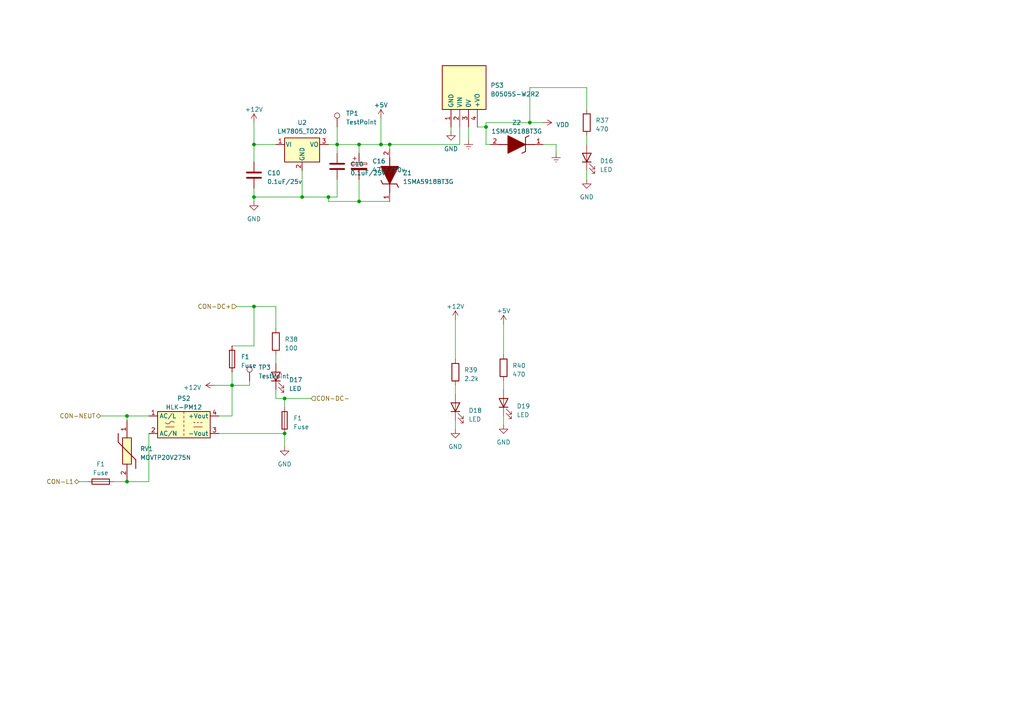
<source format=kicad_sch>
(kicad_sch (version 20230121) (generator eeschema)

  (uuid 8a0f336a-22c4-42e9-a74a-944128589600)

  (paper "A4")

  (lib_symbols
    (symbol "Connector:TestPoint" (pin_numbers hide) (pin_names (offset 0.762) hide) (in_bom yes) (on_board yes)
      (property "Reference" "TP" (at 0 6.858 0)
        (effects (font (size 1.27 1.27)))
      )
      (property "Value" "TestPoint" (at 0 5.08 0)
        (effects (font (size 1.27 1.27)))
      )
      (property "Footprint" "" (at 5.08 0 0)
        (effects (font (size 1.27 1.27)) hide)
      )
      (property "Datasheet" "~" (at 5.08 0 0)
        (effects (font (size 1.27 1.27)) hide)
      )
      (property "ki_keywords" "test point tp" (at 0 0 0)
        (effects (font (size 1.27 1.27)) hide)
      )
      (property "ki_description" "test point" (at 0 0 0)
        (effects (font (size 1.27 1.27)) hide)
      )
      (property "ki_fp_filters" "Pin* Test*" (at 0 0 0)
        (effects (font (size 1.27 1.27)) hide)
      )
      (symbol "TestPoint_0_1"
        (circle (center 0 3.302) (radius 0.762)
          (stroke (width 0) (type default))
          (fill (type none))
        )
      )
      (symbol "TestPoint_1_1"
        (pin passive line (at 0 0 90) (length 2.54)
          (name "1" (effects (font (size 1.27 1.27))))
          (number "1" (effects (font (size 1.27 1.27))))
        )
      )
    )
    (symbol "Converter_ACDC:HLK-PM12" (in_bom yes) (on_board yes)
      (property "Reference" "PS" (at 0 5.08 0)
        (effects (font (size 1.27 1.27)))
      )
      (property "Value" "HLK-PM12" (at 0 -5.08 0)
        (effects (font (size 1.27 1.27)))
      )
      (property "Footprint" "Converter_ACDC:Converter_ACDC_HiLink_HLK-PMxx" (at 0 -7.62 0)
        (effects (font (size 1.27 1.27)) hide)
      )
      (property "Datasheet" "http://www.hlktech.net/product_detail.php?ProId=56" (at 10.16 -8.89 0)
        (effects (font (size 1.27 1.27)) hide)
      )
      (property "ki_keywords" "AC/DC module power supply" (at 0 0 0)
        (effects (font (size 1.27 1.27)) hide)
      )
      (property "ki_description" "Compact AC/DC board mount power module 3W 12V" (at 0 0 0)
        (effects (font (size 1.27 1.27)) hide)
      )
      (property "ki_fp_filters" "Converter*ACDC*HiLink*HLK?PM*" (at 0 0 0)
        (effects (font (size 1.27 1.27)) hide)
      )
      (symbol "HLK-PM12_0_1"
        (rectangle (start -7.62 3.81) (end 7.62 -3.81)
          (stroke (width 0.254) (type default))
          (fill (type background))
        )
        (arc (start -5.334 0.635) (mid -4.699 0.2495) (end -4.064 0.635)
          (stroke (width 0) (type default))
          (fill (type none))
        )
        (arc (start -2.794 0.635) (mid -3.429 1.0072) (end -4.064 0.635)
          (stroke (width 0) (type default))
          (fill (type none))
        )
        (polyline
          (pts
            (xy -5.334 -0.635)
            (xy -2.794 -0.635)
          )
          (stroke (width 0) (type default))
          (fill (type none))
        )
        (polyline
          (pts
            (xy 0 -2.54)
            (xy 0 -3.175)
          )
          (stroke (width 0) (type default))
          (fill (type none))
        )
        (polyline
          (pts
            (xy 0 -1.27)
            (xy 0 -1.905)
          )
          (stroke (width 0) (type default))
          (fill (type none))
        )
        (polyline
          (pts
            (xy 0 0)
            (xy 0 -0.635)
          )
          (stroke (width 0) (type default))
          (fill (type none))
        )
        (polyline
          (pts
            (xy 0 1.27)
            (xy 0 0.635)
          )
          (stroke (width 0) (type default))
          (fill (type none))
        )
        (polyline
          (pts
            (xy 0 2.54)
            (xy 0 1.905)
          )
          (stroke (width 0) (type default))
          (fill (type none))
        )
        (polyline
          (pts
            (xy 0 3.81)
            (xy 0 3.175)
          )
          (stroke (width 0) (type default))
          (fill (type none))
        )
        (polyline
          (pts
            (xy 2.794 -0.635)
            (xy 5.334 -0.635)
          )
          (stroke (width 0) (type default))
          (fill (type none))
        )
        (polyline
          (pts
            (xy 2.794 0.635)
            (xy 3.302 0.635)
          )
          (stroke (width 0) (type default))
          (fill (type none))
        )
        (polyline
          (pts
            (xy 3.81 0.635)
            (xy 4.318 0.635)
          )
          (stroke (width 0) (type default))
          (fill (type none))
        )
        (polyline
          (pts
            (xy 4.826 0.635)
            (xy 5.334 0.635)
          )
          (stroke (width 0) (type default))
          (fill (type none))
        )
      )
      (symbol "HLK-PM12_1_1"
        (pin power_in line (at -10.16 2.54 0) (length 2.54)
          (name "AC/L" (effects (font (size 1.27 1.27))))
          (number "1" (effects (font (size 1.27 1.27))))
        )
        (pin power_in line (at -10.16 -2.54 0) (length 2.54)
          (name "AC/N" (effects (font (size 1.27 1.27))))
          (number "2" (effects (font (size 1.27 1.27))))
        )
        (pin power_out line (at 10.16 -2.54 180) (length 2.54)
          (name "-Vout" (effects (font (size 1.27 1.27))))
          (number "3" (effects (font (size 1.27 1.27))))
        )
        (pin power_out line (at 10.16 2.54 180) (length 2.54)
          (name "+Vout" (effects (font (size 1.27 1.27))))
          (number "4" (effects (font (size 1.27 1.27))))
        )
      )
    )
    (symbol "Device:C" (pin_numbers hide) (pin_names (offset 0.254)) (in_bom yes) (on_board yes)
      (property "Reference" "C" (at 0.635 2.54 0)
        (effects (font (size 1.27 1.27)) (justify left))
      )
      (property "Value" "C" (at 0.635 -2.54 0)
        (effects (font (size 1.27 1.27)) (justify left))
      )
      (property "Footprint" "" (at 0.9652 -3.81 0)
        (effects (font (size 1.27 1.27)) hide)
      )
      (property "Datasheet" "~" (at 0 0 0)
        (effects (font (size 1.27 1.27)) hide)
      )
      (property "ki_keywords" "cap capacitor" (at 0 0 0)
        (effects (font (size 1.27 1.27)) hide)
      )
      (property "ki_description" "Unpolarized capacitor" (at 0 0 0)
        (effects (font (size 1.27 1.27)) hide)
      )
      (property "ki_fp_filters" "C_*" (at 0 0 0)
        (effects (font (size 1.27 1.27)) hide)
      )
      (symbol "C_0_1"
        (polyline
          (pts
            (xy -2.032 -0.762)
            (xy 2.032 -0.762)
          )
          (stroke (width 0.508) (type default))
          (fill (type none))
        )
        (polyline
          (pts
            (xy -2.032 0.762)
            (xy 2.032 0.762)
          )
          (stroke (width 0.508) (type default))
          (fill (type none))
        )
      )
      (symbol "C_1_1"
        (pin passive line (at 0 3.81 270) (length 2.794)
          (name "~" (effects (font (size 1.27 1.27))))
          (number "1" (effects (font (size 1.27 1.27))))
        )
        (pin passive line (at 0 -3.81 90) (length 2.794)
          (name "~" (effects (font (size 1.27 1.27))))
          (number "2" (effects (font (size 1.27 1.27))))
        )
      )
    )
    (symbol "Device:C_Polarized" (pin_numbers hide) (pin_names (offset 0.254)) (in_bom yes) (on_board yes)
      (property "Reference" "C" (at 0.635 2.54 0)
        (effects (font (size 1.27 1.27)) (justify left))
      )
      (property "Value" "C_Polarized" (at 0.635 -2.54 0)
        (effects (font (size 1.27 1.27)) (justify left))
      )
      (property "Footprint" "" (at 0.9652 -3.81 0)
        (effects (font (size 1.27 1.27)) hide)
      )
      (property "Datasheet" "~" (at 0 0 0)
        (effects (font (size 1.27 1.27)) hide)
      )
      (property "ki_keywords" "cap capacitor" (at 0 0 0)
        (effects (font (size 1.27 1.27)) hide)
      )
      (property "ki_description" "Polarized capacitor" (at 0 0 0)
        (effects (font (size 1.27 1.27)) hide)
      )
      (property "ki_fp_filters" "CP_*" (at 0 0 0)
        (effects (font (size 1.27 1.27)) hide)
      )
      (symbol "C_Polarized_0_1"
        (rectangle (start -2.286 0.508) (end 2.286 1.016)
          (stroke (width 0) (type default))
          (fill (type none))
        )
        (polyline
          (pts
            (xy -1.778 2.286)
            (xy -0.762 2.286)
          )
          (stroke (width 0) (type default))
          (fill (type none))
        )
        (polyline
          (pts
            (xy -1.27 2.794)
            (xy -1.27 1.778)
          )
          (stroke (width 0) (type default))
          (fill (type none))
        )
        (rectangle (start 2.286 -0.508) (end -2.286 -1.016)
          (stroke (width 0) (type default))
          (fill (type outline))
        )
      )
      (symbol "C_Polarized_1_1"
        (pin passive line (at 0 3.81 270) (length 2.794)
          (name "~" (effects (font (size 1.27 1.27))))
          (number "1" (effects (font (size 1.27 1.27))))
        )
        (pin passive line (at 0 -3.81 90) (length 2.794)
          (name "~" (effects (font (size 1.27 1.27))))
          (number "2" (effects (font (size 1.27 1.27))))
        )
      )
    )
    (symbol "Device:Fuse" (pin_numbers hide) (pin_names (offset 0)) (in_bom yes) (on_board yes)
      (property "Reference" "F" (at 2.032 0 90)
        (effects (font (size 1.27 1.27)))
      )
      (property "Value" "Fuse" (at -1.905 0 90)
        (effects (font (size 1.27 1.27)))
      )
      (property "Footprint" "" (at -1.778 0 90)
        (effects (font (size 1.27 1.27)) hide)
      )
      (property "Datasheet" "~" (at 0 0 0)
        (effects (font (size 1.27 1.27)) hide)
      )
      (property "ki_keywords" "fuse" (at 0 0 0)
        (effects (font (size 1.27 1.27)) hide)
      )
      (property "ki_description" "Fuse" (at 0 0 0)
        (effects (font (size 1.27 1.27)) hide)
      )
      (property "ki_fp_filters" "*Fuse*" (at 0 0 0)
        (effects (font (size 1.27 1.27)) hide)
      )
      (symbol "Fuse_0_1"
        (rectangle (start -0.762 -2.54) (end 0.762 2.54)
          (stroke (width 0.254) (type default))
          (fill (type none))
        )
        (polyline
          (pts
            (xy 0 2.54)
            (xy 0 -2.54)
          )
          (stroke (width 0) (type default))
          (fill (type none))
        )
      )
      (symbol "Fuse_1_1"
        (pin passive line (at 0 3.81 270) (length 1.27)
          (name "~" (effects (font (size 1.27 1.27))))
          (number "1" (effects (font (size 1.27 1.27))))
        )
        (pin passive line (at 0 -3.81 90) (length 1.27)
          (name "~" (effects (font (size 1.27 1.27))))
          (number "2" (effects (font (size 1.27 1.27))))
        )
      )
    )
    (symbol "Device:LED" (pin_numbers hide) (pin_names (offset 1.016) hide) (in_bom yes) (on_board yes)
      (property "Reference" "D" (at 0 2.54 0)
        (effects (font (size 1.27 1.27)))
      )
      (property "Value" "LED" (at 0 -2.54 0)
        (effects (font (size 1.27 1.27)))
      )
      (property "Footprint" "" (at 0 0 0)
        (effects (font (size 1.27 1.27)) hide)
      )
      (property "Datasheet" "~" (at 0 0 0)
        (effects (font (size 1.27 1.27)) hide)
      )
      (property "ki_keywords" "LED diode" (at 0 0 0)
        (effects (font (size 1.27 1.27)) hide)
      )
      (property "ki_description" "Light emitting diode" (at 0 0 0)
        (effects (font (size 1.27 1.27)) hide)
      )
      (property "ki_fp_filters" "LED* LED_SMD:* LED_THT:*" (at 0 0 0)
        (effects (font (size 1.27 1.27)) hide)
      )
      (symbol "LED_0_1"
        (polyline
          (pts
            (xy -1.27 -1.27)
            (xy -1.27 1.27)
          )
          (stroke (width 0.254) (type default))
          (fill (type none))
        )
        (polyline
          (pts
            (xy -1.27 0)
            (xy 1.27 0)
          )
          (stroke (width 0) (type default))
          (fill (type none))
        )
        (polyline
          (pts
            (xy 1.27 -1.27)
            (xy 1.27 1.27)
            (xy -1.27 0)
            (xy 1.27 -1.27)
          )
          (stroke (width 0.254) (type default))
          (fill (type none))
        )
        (polyline
          (pts
            (xy -3.048 -0.762)
            (xy -4.572 -2.286)
            (xy -3.81 -2.286)
            (xy -4.572 -2.286)
            (xy -4.572 -1.524)
          )
          (stroke (width 0) (type default))
          (fill (type none))
        )
        (polyline
          (pts
            (xy -1.778 -0.762)
            (xy -3.302 -2.286)
            (xy -2.54 -2.286)
            (xy -3.302 -2.286)
            (xy -3.302 -1.524)
          )
          (stroke (width 0) (type default))
          (fill (type none))
        )
      )
      (symbol "LED_1_1"
        (pin passive line (at -3.81 0 0) (length 2.54)
          (name "K" (effects (font (size 1.27 1.27))))
          (number "1" (effects (font (size 1.27 1.27))))
        )
        (pin passive line (at 3.81 0 180) (length 2.54)
          (name "A" (effects (font (size 1.27 1.27))))
          (number "2" (effects (font (size 1.27 1.27))))
        )
      )
    )
    (symbol "Device:R" (pin_numbers hide) (pin_names (offset 0)) (in_bom yes) (on_board yes)
      (property "Reference" "R" (at 2.032 0 90)
        (effects (font (size 1.27 1.27)))
      )
      (property "Value" "R" (at 0 0 90)
        (effects (font (size 1.27 1.27)))
      )
      (property "Footprint" "" (at -1.778 0 90)
        (effects (font (size 1.27 1.27)) hide)
      )
      (property "Datasheet" "~" (at 0 0 0)
        (effects (font (size 1.27 1.27)) hide)
      )
      (property "ki_keywords" "R res resistor" (at 0 0 0)
        (effects (font (size 1.27 1.27)) hide)
      )
      (property "ki_description" "Resistor" (at 0 0 0)
        (effects (font (size 1.27 1.27)) hide)
      )
      (property "ki_fp_filters" "R_*" (at 0 0 0)
        (effects (font (size 1.27 1.27)) hide)
      )
      (symbol "R_0_1"
        (rectangle (start -1.016 -2.54) (end 1.016 2.54)
          (stroke (width 0.254) (type default))
          (fill (type none))
        )
      )
      (symbol "R_1_1"
        (pin passive line (at 0 3.81 270) (length 1.27)
          (name "~" (effects (font (size 1.27 1.27))))
          (number "1" (effects (font (size 1.27 1.27))))
        )
        (pin passive line (at 0 -3.81 90) (length 1.27)
          (name "~" (effects (font (size 1.27 1.27))))
          (number "2" (effects (font (size 1.27 1.27))))
        )
      )
    )
    (symbol "Regulator_Linear:LM7805_TO220" (pin_names (offset 0.254)) (in_bom yes) (on_board yes)
      (property "Reference" "U" (at -3.81 3.175 0)
        (effects (font (size 1.27 1.27)))
      )
      (property "Value" "LM7805_TO220" (at 0 3.175 0)
        (effects (font (size 1.27 1.27)) (justify left))
      )
      (property "Footprint" "Package_TO_SOT_THT:TO-220-3_Vertical" (at 0 5.715 0)
        (effects (font (size 1.27 1.27) italic) hide)
      )
      (property "Datasheet" "https://www.onsemi.cn/PowerSolutions/document/MC7800-D.PDF" (at 0 -1.27 0)
        (effects (font (size 1.27 1.27)) hide)
      )
      (property "ki_keywords" "Voltage Regulator 1A Positive" (at 0 0 0)
        (effects (font (size 1.27 1.27)) hide)
      )
      (property "ki_description" "Positive 1A 35V Linear Regulator, Fixed Output 5V, TO-220" (at 0 0 0)
        (effects (font (size 1.27 1.27)) hide)
      )
      (property "ki_fp_filters" "TO?220*" (at 0 0 0)
        (effects (font (size 1.27 1.27)) hide)
      )
      (symbol "LM7805_TO220_0_1"
        (rectangle (start -5.08 1.905) (end 5.08 -5.08)
          (stroke (width 0.254) (type default))
          (fill (type background))
        )
      )
      (symbol "LM7805_TO220_1_1"
        (pin power_in line (at -7.62 0 0) (length 2.54)
          (name "VI" (effects (font (size 1.27 1.27))))
          (number "1" (effects (font (size 1.27 1.27))))
        )
        (pin power_in line (at 0 -7.62 90) (length 2.54)
          (name "GND" (effects (font (size 1.27 1.27))))
          (number "2" (effects (font (size 1.27 1.27))))
        )
        (pin power_out line (at 7.62 0 180) (length 2.54)
          (name "VO" (effects (font (size 1.27 1.27))))
          (number "3" (effects (font (size 1.27 1.27))))
        )
      )
    )
    (symbol "SamacSys_Parts:1SMA5918BT3G" (pin_names hide) (in_bom yes) (on_board yes)
      (property "Reference" "Z" (at 10.16 8.89 0)
        (effects (font (size 1.27 1.27)) (justify left top))
      )
      (property "Value" "1SMA5918BT3G" (at 10.16 6.35 0)
        (effects (font (size 1.27 1.27)) (justify left top))
      )
      (property "Footprint" "DIOM5226X220N" (at 10.16 -93.65 0)
        (effects (font (size 1.27 1.27)) (justify left top) hide)
      )
      (property "Datasheet" "http://www.onsemi.com/pub/Collateral/1SMA5913BT3-D.PDF" (at 10.16 -193.65 0)
        (effects (font (size 1.27 1.27)) (justify left top) hide)
      )
      (property "Height" "2.2" (at 10.16 -393.65 0)
        (effects (font (size 1.27 1.27)) (justify left top) hide)
      )
      (property "Manufacturer_Name" "onsemi" (at 10.16 -493.65 0)
        (effects (font (size 1.27 1.27)) (justify left top) hide)
      )
      (property "Manufacturer_Part_Number" "1SMA5918BT3G" (at 10.16 -593.65 0)
        (effects (font (size 1.27 1.27)) (justify left top) hide)
      )
      (property "Mouser Part Number" "863-1SMA5918BT3G" (at 10.16 -693.65 0)
        (effects (font (size 1.27 1.27)) (justify left top) hide)
      )
      (property "Mouser Price/Stock" "https://www.mouser.co.uk/ProductDetail/onsemi/1SMA5918BT3G?qs=y2kkmE52mdPbjBOutLmedg%3D%3D" (at 10.16 -793.65 0)
        (effects (font (size 1.27 1.27)) (justify left top) hide)
      )
      (property "Arrow Part Number" "1SMA5918BT3G" (at 10.16 -893.65 0)
        (effects (font (size 1.27 1.27)) (justify left top) hide)
      )
      (property "Arrow Price/Stock" "https://www.arrow.com/en/products/1sma5918bt3g/on-semiconductor" (at 10.16 -993.65 0)
        (effects (font (size 1.27 1.27)) (justify left top) hide)
      )
      (property "ki_description" "Diode Zener 5.1V 5% 1.5W SMA ON Semiconductor 1SMA5918BT3G Zener Diode, 5.1V 5% 0.5 W SMT 2-Pin SMA" (at 0 0 0)
        (effects (font (size 1.27 1.27)) hide)
      )
      (symbol "1SMA5918BT3G_1_1"
        (polyline
          (pts
            (xy 2.54 0)
            (xy 5.08 0)
          )
          (stroke (width 0.254) (type default))
          (fill (type none))
        )
        (polyline
          (pts
            (xy 4.064 -2.54)
            (xy 5.08 -2.032)
          )
          (stroke (width 0.254) (type default))
          (fill (type none))
        )
        (polyline
          (pts
            (xy 5.08 2.032)
            (xy 5.08 -2.032)
          )
          (stroke (width 0.254) (type default))
          (fill (type none))
        )
        (polyline
          (pts
            (xy 5.08 2.032)
            (xy 6.096 2.54)
          )
          (stroke (width 0.254) (type default))
          (fill (type none))
        )
        (polyline
          (pts
            (xy 12.7 0)
            (xy 10.16 0)
          )
          (stroke (width 0.254) (type default))
          (fill (type none))
        )
        (polyline
          (pts
            (xy 5.08 0)
            (xy 10.16 2.54)
            (xy 10.16 -2.54)
            (xy 5.08 0)
          )
          (stroke (width 0.254) (type default))
          (fill (type outline))
        )
        (pin passive line (at 0 0 0) (length 2.54)
          (name "K" (effects (font (size 1.27 1.27))))
          (number "1" (effects (font (size 1.27 1.27))))
        )
        (pin passive line (at 15.24 0 180) (length 2.54)
          (name "A" (effects (font (size 1.27 1.27))))
          (number "2" (effects (font (size 1.27 1.27))))
        )
      )
    )
    (symbol "SamacSys_Parts:B0505S-W2R2" (in_bom yes) (on_board yes)
      (property "Reference" "PS" (at 19.05 7.62 0)
        (effects (font (size 1.27 1.27)) (justify left top))
      )
      (property "Value" "B0505S-W2R2" (at 19.05 5.08 0)
        (effects (font (size 1.27 1.27)) (justify left top))
      )
      (property "Footprint" "B0505SW2R2" (at 19.05 -94.92 0)
        (effects (font (size 1.27 1.27)) (justify left top) hide)
      )
      (property "Datasheet" "https://pdf1.alldatasheet.com/datasheet-pdf/view/1102443/MORNSUN/B0505S-W2R2.html" (at 19.05 -194.92 0)
        (effects (font (size 1.27 1.27)) (justify left top) hide)
      )
      (property "Height" "10.41" (at 19.05 -394.92 0)
        (effects (font (size 1.27 1.27)) (justify left top) hide)
      )
      (property "Manufacturer_Name" "Mornsun Power" (at 19.05 -494.92 0)
        (effects (font (size 1.27 1.27)) (justify left top) hide)
      )
      (property "Manufacturer_Part_Number" "B0505S-W2R2" (at 19.05 -594.92 0)
        (effects (font (size 1.27 1.27)) (justify left top) hide)
      )
      (property "Mouser Part Number" "" (at 19.05 -694.92 0)
        (effects (font (size 1.27 1.27)) (justify left top) hide)
      )
      (property "Mouser Price/Stock" "" (at 19.05 -794.92 0)
        (effects (font (size 1.27 1.27)) (justify left top) hide)
      )
      (property "Arrow Part Number" "" (at 19.05 -894.92 0)
        (effects (font (size 1.27 1.27)) (justify left top) hide)
      )
      (property "Arrow Price/Stock" "" (at 19.05 -994.92 0)
        (effects (font (size 1.27 1.27)) (justify left top) hide)
      )
      (property "ki_description" "DC/DC Converter" (at 0 0 0)
        (effects (font (size 1.27 1.27)) hide)
      )
      (symbol "B0505S-W2R2_1_1"
        (rectangle (start 5.08 2.54) (end 17.78 -10.16)
          (stroke (width 0.254) (type default))
          (fill (type background))
        )
        (pin passive line (at 0 0 0) (length 5.08)
          (name "GND" (effects (font (size 1.27 1.27))))
          (number "1" (effects (font (size 1.27 1.27))))
        )
        (pin passive line (at 0 -2.54 0) (length 5.08)
          (name "VIN" (effects (font (size 1.27 1.27))))
          (number "2" (effects (font (size 1.27 1.27))))
        )
        (pin passive line (at 0 -5.08 0) (length 5.08)
          (name "0V" (effects (font (size 1.27 1.27))))
          (number "3" (effects (font (size 1.27 1.27))))
        )
        (pin passive line (at 0 -7.62 0) (length 5.08)
          (name "+VO" (effects (font (size 1.27 1.27))))
          (number "4" (effects (font (size 1.27 1.27))))
        )
      )
    )
    (symbol "SamacSys_Parts:MOVTP20V275N" (pin_names hide) (in_bom yes) (on_board yes)
      (property "Reference" "RV" (at 13.97 6.35 0)
        (effects (font (size 1.27 1.27)) (justify left top))
      )
      (property "Value" "MOVTP20V275N" (at 13.97 3.81 0)
        (effects (font (size 1.27 1.27)) (justify left top))
      )
      (property "Footprint" "MOVTP20V275N" (at 13.97 -96.19 0)
        (effects (font (size 1.27 1.27)) (justify left top) hide)
      )
      (property "Datasheet" "https://www.eaton.com/content/dam/eaton/products/electronic-components/resources/data-sheet/eaton-movtp-metal-oxide-varistor-thermal-protected-data-sheet-elx1079-en.pdf" (at 13.97 -196.19 0)
        (effects (font (size 1.27 1.27)) (justify left top) hide)
      )
      (property "Height" "31.5" (at 13.97 -396.19 0)
        (effects (font (size 1.27 1.27)) (justify left top) hide)
      )
      (property "Manufacturer_Name" "Eaton" (at 13.97 -496.19 0)
        (effects (font (size 1.27 1.27)) (justify left top) hide)
      )
      (property "Manufacturer_Part_Number" "MOVTP20V275N" (at 13.97 -596.19 0)
        (effects (font (size 1.27 1.27)) (justify left top) hide)
      )
      (property "Mouser Part Number" "" (at 13.97 -696.19 0)
        (effects (font (size 1.27 1.27)) (justify left top) hide)
      )
      (property "Mouser Price/Stock" "" (at 13.97 -796.19 0)
        (effects (font (size 1.27 1.27)) (justify left top) hide)
      )
      (property "Arrow Part Number" "" (at 13.97 -896.19 0)
        (effects (font (size 1.27 1.27)) (justify left top) hide)
      )
      (property "Arrow Price/Stock" "" (at 13.97 -996.19 0)
        (effects (font (size 1.27 1.27)) (justify left top) hide)
      )
      (property "ki_description" "430 V 10 kA Varistor 1 Circuit Through Hole Disc 20mm" (at 0 0 0)
        (effects (font (size 1.27 1.27)) hide)
      )
      (symbol "MOVTP20V275N_1_1"
        (polyline
          (pts
            (xy 3.81 -2.54)
            (xy 6.35 -2.54)
          )
          (stroke (width 0.254) (type default))
          (fill (type none))
        )
        (polyline
          (pts
            (xy 11.43 2.54)
            (xy 6.35 -2.54)
          )
          (stroke (width 0.254) (type default))
          (fill (type none))
        )
        (polyline
          (pts
            (xy 11.43 2.54)
            (xy 13.97 2.54)
          )
          (stroke (width 0.254) (type default))
          (fill (type none))
        )
        (rectangle (start 5.08 1.27) (end 12.7 -1.27)
          (stroke (width 0.254) (type default))
          (fill (type background))
        )
        (pin passive line (at 0 0 0) (length 5.08)
          (name "1" (effects (font (size 1.27 1.27))))
          (number "1" (effects (font (size 1.27 1.27))))
        )
        (pin passive line (at 17.78 0 180) (length 5.08)
          (name "2" (effects (font (size 1.27 1.27))))
          (number "2" (effects (font (size 1.27 1.27))))
        )
      )
    )
    (symbol "power:+12V" (power) (pin_names (offset 0)) (in_bom yes) (on_board yes)
      (property "Reference" "#PWR" (at 0 -3.81 0)
        (effects (font (size 1.27 1.27)) hide)
      )
      (property "Value" "+12V" (at 0 3.556 0)
        (effects (font (size 1.27 1.27)))
      )
      (property "Footprint" "" (at 0 0 0)
        (effects (font (size 1.27 1.27)) hide)
      )
      (property "Datasheet" "" (at 0 0 0)
        (effects (font (size 1.27 1.27)) hide)
      )
      (property "ki_keywords" "global power" (at 0 0 0)
        (effects (font (size 1.27 1.27)) hide)
      )
      (property "ki_description" "Power symbol creates a global label with name \"+12V\"" (at 0 0 0)
        (effects (font (size 1.27 1.27)) hide)
      )
      (symbol "+12V_0_1"
        (polyline
          (pts
            (xy -0.762 1.27)
            (xy 0 2.54)
          )
          (stroke (width 0) (type default))
          (fill (type none))
        )
        (polyline
          (pts
            (xy 0 0)
            (xy 0 2.54)
          )
          (stroke (width 0) (type default))
          (fill (type none))
        )
        (polyline
          (pts
            (xy 0 2.54)
            (xy 0.762 1.27)
          )
          (stroke (width 0) (type default))
          (fill (type none))
        )
      )
      (symbol "+12V_1_1"
        (pin power_in line (at 0 0 90) (length 0) hide
          (name "+12V" (effects (font (size 1.27 1.27))))
          (number "1" (effects (font (size 1.27 1.27))))
        )
      )
    )
    (symbol "power:+5V" (power) (pin_names (offset 0)) (in_bom yes) (on_board yes)
      (property "Reference" "#PWR" (at 0 -3.81 0)
        (effects (font (size 1.27 1.27)) hide)
      )
      (property "Value" "+5V" (at 0 3.556 0)
        (effects (font (size 1.27 1.27)))
      )
      (property "Footprint" "" (at 0 0 0)
        (effects (font (size 1.27 1.27)) hide)
      )
      (property "Datasheet" "" (at 0 0 0)
        (effects (font (size 1.27 1.27)) hide)
      )
      (property "ki_keywords" "global power" (at 0 0 0)
        (effects (font (size 1.27 1.27)) hide)
      )
      (property "ki_description" "Power symbol creates a global label with name \"+5V\"" (at 0 0 0)
        (effects (font (size 1.27 1.27)) hide)
      )
      (symbol "+5V_0_1"
        (polyline
          (pts
            (xy -0.762 1.27)
            (xy 0 2.54)
          )
          (stroke (width 0) (type default))
          (fill (type none))
        )
        (polyline
          (pts
            (xy 0 0)
            (xy 0 2.54)
          )
          (stroke (width 0) (type default))
          (fill (type none))
        )
        (polyline
          (pts
            (xy 0 2.54)
            (xy 0.762 1.27)
          )
          (stroke (width 0) (type default))
          (fill (type none))
        )
      )
      (symbol "+5V_1_1"
        (pin power_in line (at 0 0 90) (length 0) hide
          (name "+5V" (effects (font (size 1.27 1.27))))
          (number "1" (effects (font (size 1.27 1.27))))
        )
      )
    )
    (symbol "power:Earth" (power) (pin_names (offset 0)) (in_bom yes) (on_board yes)
      (property "Reference" "#PWR" (at 0 -6.35 0)
        (effects (font (size 1.27 1.27)) hide)
      )
      (property "Value" "Earth" (at 0 -3.81 0)
        (effects (font (size 1.27 1.27)) hide)
      )
      (property "Footprint" "" (at 0 0 0)
        (effects (font (size 1.27 1.27)) hide)
      )
      (property "Datasheet" "~" (at 0 0 0)
        (effects (font (size 1.27 1.27)) hide)
      )
      (property "ki_keywords" "global ground gnd" (at 0 0 0)
        (effects (font (size 1.27 1.27)) hide)
      )
      (property "ki_description" "Power symbol creates a global label with name \"Earth\"" (at 0 0 0)
        (effects (font (size 1.27 1.27)) hide)
      )
      (symbol "Earth_0_1"
        (polyline
          (pts
            (xy -0.635 -1.905)
            (xy 0.635 -1.905)
          )
          (stroke (width 0) (type default))
          (fill (type none))
        )
        (polyline
          (pts
            (xy -0.127 -2.54)
            (xy 0.127 -2.54)
          )
          (stroke (width 0) (type default))
          (fill (type none))
        )
        (polyline
          (pts
            (xy 0 -1.27)
            (xy 0 0)
          )
          (stroke (width 0) (type default))
          (fill (type none))
        )
        (polyline
          (pts
            (xy 1.27 -1.27)
            (xy -1.27 -1.27)
          )
          (stroke (width 0) (type default))
          (fill (type none))
        )
      )
      (symbol "Earth_1_1"
        (pin power_in line (at 0 0 270) (length 0) hide
          (name "Earth" (effects (font (size 1.27 1.27))))
          (number "1" (effects (font (size 1.27 1.27))))
        )
      )
    )
    (symbol "power:GND" (power) (pin_names (offset 0)) (in_bom yes) (on_board yes)
      (property "Reference" "#PWR" (at 0 -6.35 0)
        (effects (font (size 1.27 1.27)) hide)
      )
      (property "Value" "GND" (at 0 -3.81 0)
        (effects (font (size 1.27 1.27)))
      )
      (property "Footprint" "" (at 0 0 0)
        (effects (font (size 1.27 1.27)) hide)
      )
      (property "Datasheet" "" (at 0 0 0)
        (effects (font (size 1.27 1.27)) hide)
      )
      (property "ki_keywords" "global power" (at 0 0 0)
        (effects (font (size 1.27 1.27)) hide)
      )
      (property "ki_description" "Power symbol creates a global label with name \"GND\" , ground" (at 0 0 0)
        (effects (font (size 1.27 1.27)) hide)
      )
      (symbol "GND_0_1"
        (polyline
          (pts
            (xy 0 0)
            (xy 0 -1.27)
            (xy 1.27 -1.27)
            (xy 0 -2.54)
            (xy -1.27 -1.27)
            (xy 0 -1.27)
          )
          (stroke (width 0) (type default))
          (fill (type none))
        )
      )
      (symbol "GND_1_1"
        (pin power_in line (at 0 0 270) (length 0) hide
          (name "GND" (effects (font (size 1.27 1.27))))
          (number "1" (effects (font (size 1.27 1.27))))
        )
      )
    )
    (symbol "power:VDD" (power) (pin_names (offset 0)) (in_bom yes) (on_board yes)
      (property "Reference" "#PWR" (at 0 -3.81 0)
        (effects (font (size 1.27 1.27)) hide)
      )
      (property "Value" "VDD" (at 0 3.81 0)
        (effects (font (size 1.27 1.27)))
      )
      (property "Footprint" "" (at 0 0 0)
        (effects (font (size 1.27 1.27)) hide)
      )
      (property "Datasheet" "" (at 0 0 0)
        (effects (font (size 1.27 1.27)) hide)
      )
      (property "ki_keywords" "global power" (at 0 0 0)
        (effects (font (size 1.27 1.27)) hide)
      )
      (property "ki_description" "Power symbol creates a global label with name \"VDD\"" (at 0 0 0)
        (effects (font (size 1.27 1.27)) hide)
      )
      (symbol "VDD_0_1"
        (polyline
          (pts
            (xy -0.762 1.27)
            (xy 0 2.54)
          )
          (stroke (width 0) (type default))
          (fill (type none))
        )
        (polyline
          (pts
            (xy 0 0)
            (xy 0 2.54)
          )
          (stroke (width 0) (type default))
          (fill (type none))
        )
        (polyline
          (pts
            (xy 0 2.54)
            (xy 0.762 1.27)
          )
          (stroke (width 0) (type default))
          (fill (type none))
        )
      )
      (symbol "VDD_1_1"
        (pin power_in line (at 0 0 90) (length 0) hide
          (name "VDD" (effects (font (size 1.27 1.27))))
          (number "1" (effects (font (size 1.27 1.27))))
        )
      )
    )
  )

  (junction (at 113.03 41.91) (diameter 0) (color 0 0 0 0)
    (uuid 0d9cf373-7fd9-4eef-97b4-de15f6f00a23)
  )
  (junction (at 73.66 57.15) (diameter 0) (color 0 0 0 0)
    (uuid 2149752a-dd75-4fb4-9dee-17bb9878624a)
  )
  (junction (at 36.83 139.7) (diameter 0) (color 0 0 0 0)
    (uuid 36f434e6-7bc6-4be1-970e-4bd7bfa55524)
  )
  (junction (at 73.66 41.91) (diameter 0) (color 0 0 0 0)
    (uuid 58212297-916e-4925-8a93-f5e63630049b)
  )
  (junction (at 67.31 111.76) (diameter 0) (color 0 0 0 0)
    (uuid 61899446-04f4-4072-9b8a-b14528171f7c)
  )
  (junction (at 153.67 35.56) (diameter 0) (color 0 0 0 0)
    (uuid 71fb0a7c-4f11-4c2a-a0c2-9f4ede95d582)
  )
  (junction (at 82.55 125.73) (diameter 0) (color 0 0 0 0)
    (uuid b425b572-9d24-4bd8-93ee-e8c1d5018f71)
  )
  (junction (at 104.14 41.91) (diameter 0) (color 0 0 0 0)
    (uuid b43f779a-ad8b-4727-b08e-e6c67ae98163)
  )
  (junction (at 95.25 57.15) (diameter 0) (color 0 0 0 0)
    (uuid cae35da9-28b6-416c-b597-bb9a9dca6f7b)
  )
  (junction (at 97.79 41.91) (diameter 0) (color 0 0 0 0)
    (uuid d4934bfc-cbcf-4b65-92c3-cd5b72b2a6ca)
  )
  (junction (at 104.14 58.42) (diameter 0) (color 0 0 0 0)
    (uuid d59528a7-7a4b-4bac-a62d-a9979977aed9)
  )
  (junction (at 73.66 88.9) (diameter 0) (color 0 0 0 0)
    (uuid d5cdb532-8149-4a0a-82f4-f7d0da0ef127)
  )
  (junction (at 82.55 115.57) (diameter 0) (color 0 0 0 0)
    (uuid d98f777e-a79f-4c49-b365-f94c5e808aa1)
  )
  (junction (at 110.49 41.91) (diameter 0) (color 0 0 0 0)
    (uuid e3725114-6b46-4d5f-9e36-966bf8eabaaa)
  )
  (junction (at 140.97 36.83) (diameter 0) (color 0 0 0 0)
    (uuid eccd2116-e61a-4d7b-907f-accaf8bd6d48)
  )
  (junction (at 87.63 57.15) (diameter 0) (color 0 0 0 0)
    (uuid f7684227-f608-4c5a-986f-47c2100946d2)
  )
  (junction (at 36.83 120.65) (diameter 0) (color 0 0 0 0)
    (uuid fdc2b8b1-d3a8-40ba-b1e6-de6061aac371)
  )

  (wire (pts (xy 104.14 41.91) (xy 104.14 44.45))
    (stroke (width 0) (type default))
    (uuid 0ddd4cdc-c36c-4bc7-b58d-f115da374e62)
  )
  (wire (pts (xy 132.08 92.71) (xy 132.08 104.14))
    (stroke (width 0) (type default))
    (uuid 12a4edcf-d5a2-4eb3-9c37-71a1e7b59908)
  )
  (wire (pts (xy 63.5 125.73) (xy 82.55 125.73))
    (stroke (width 0) (type default))
    (uuid 1c8f0293-5aee-45af-8144-e078b87cc61b)
  )
  (wire (pts (xy 132.08 121.92) (xy 132.08 124.46))
    (stroke (width 0) (type default))
    (uuid 1cd6c317-dccb-45e1-8cd0-dfb5084eb4f4)
  )
  (wire (pts (xy 142.24 41.91) (xy 140.97 41.91))
    (stroke (width 0) (type default))
    (uuid 22cd6211-7e8e-4760-9556-4d36b9a66682)
  )
  (wire (pts (xy 170.18 39.37) (xy 170.18 41.91))
    (stroke (width 0) (type default))
    (uuid 233e347f-5df9-4702-a6f2-d9ca881f2cda)
  )
  (wire (pts (xy 133.35 36.83) (xy 133.35 41.91))
    (stroke (width 0) (type default))
    (uuid 23424644-6339-4f2f-88af-557bf357d6d3)
  )
  (wire (pts (xy 170.18 25.4) (xy 153.67 25.4))
    (stroke (width 0) (type default))
    (uuid 24b9bb2d-5042-49e4-84ef-defa5ad6a219)
  )
  (wire (pts (xy 133.35 41.91) (xy 113.03 41.91))
    (stroke (width 0) (type default))
    (uuid 260b5b78-c22a-41eb-9aa3-f97435d3f8cb)
  )
  (wire (pts (xy 97.79 41.91) (xy 95.25 41.91))
    (stroke (width 0) (type default))
    (uuid 268cc599-63d3-4b12-a626-4f49da66f406)
  )
  (wire (pts (xy 146.05 120.65) (xy 146.05 123.19))
    (stroke (width 0) (type default))
    (uuid 27a5ddce-5885-4279-836c-a216f373c5bf)
  )
  (wire (pts (xy 170.18 49.53) (xy 170.18 52.07))
    (stroke (width 0) (type default))
    (uuid 2bcbc5d7-b762-4e51-8387-cf400f8a2d87)
  )
  (wire (pts (xy 80.01 115.57) (xy 82.55 115.57))
    (stroke (width 0) (type default))
    (uuid 2cefed8b-e2cb-4eb5-a780-287dfc0a8389)
  )
  (wire (pts (xy 146.05 93.98) (xy 146.05 102.87))
    (stroke (width 0) (type default))
    (uuid 2f2c213d-7e8c-4348-8702-2bafbfb855ab)
  )
  (wire (pts (xy 113.03 41.91) (xy 110.49 41.91))
    (stroke (width 0) (type default))
    (uuid 2f6fd1cc-c147-4fb0-8824-6e3442015a22)
  )
  (wire (pts (xy 104.14 41.91) (xy 97.79 41.91))
    (stroke (width 0) (type default))
    (uuid 32c33de2-5cfc-4359-8cab-10d9128d240c)
  )
  (wire (pts (xy 104.14 52.07) (xy 104.14 58.42))
    (stroke (width 0) (type default))
    (uuid 3505e47f-eafd-4c41-b068-7ddc8ecaae20)
  )
  (wire (pts (xy 33.02 139.7) (xy 36.83 139.7))
    (stroke (width 0) (type default))
    (uuid 372c763c-d2b0-414a-860b-8857f476fa21)
  )
  (wire (pts (xy 97.79 52.07) (xy 97.79 57.15))
    (stroke (width 0) (type default))
    (uuid 38568c1d-c5c1-48a9-9ce0-825c0249590f)
  )
  (wire (pts (xy 80.01 102.87) (xy 80.01 105.41))
    (stroke (width 0) (type default))
    (uuid 398fcd94-3351-45d8-9902-0eb1aaac7d9f)
  )
  (wire (pts (xy 36.83 120.65) (xy 43.18 120.65))
    (stroke (width 0) (type default))
    (uuid 4287d34f-bc7e-4226-b56e-90dc638477f1)
  )
  (wire (pts (xy 87.63 49.53) (xy 87.63 57.15))
    (stroke (width 0) (type default))
    (uuid 438728a7-7638-4d81-9ec6-a336a150d4f1)
  )
  (wire (pts (xy 130.81 36.83) (xy 130.81 38.1))
    (stroke (width 0) (type default))
    (uuid 44fabfc0-3717-4686-ab99-3c7b9f577180)
  )
  (wire (pts (xy 104.14 58.42) (xy 95.25 58.42))
    (stroke (width 0) (type default))
    (uuid 4aebe796-91cd-4531-89a6-afb2736660f5)
  )
  (wire (pts (xy 87.63 57.15) (xy 95.25 57.15))
    (stroke (width 0) (type default))
    (uuid 4f3ac42e-24c3-4cf4-b573-4fc71f6707c6)
  )
  (wire (pts (xy 95.25 58.42) (xy 95.25 57.15))
    (stroke (width 0) (type default))
    (uuid 4f957efc-6186-4947-833f-127c4ffad9a5)
  )
  (wire (pts (xy 73.66 54.61) (xy 73.66 57.15))
    (stroke (width 0) (type default))
    (uuid 50f253a3-d919-484d-929c-9f13084bd98b)
  )
  (wire (pts (xy 67.31 100.33) (xy 73.66 100.33))
    (stroke (width 0) (type default))
    (uuid 593869ca-c61d-4036-95e5-18b64f3dff7f)
  )
  (wire (pts (xy 82.55 115.57) (xy 90.17 115.57))
    (stroke (width 0) (type default))
    (uuid 5ebc5849-a6b0-4dca-aae7-f692964d4b8f)
  )
  (wire (pts (xy 68.58 88.9) (xy 73.66 88.9))
    (stroke (width 0) (type default))
    (uuid 6123e5d2-1de6-421e-89aa-b5baaba797b0)
  )
  (wire (pts (xy 170.18 25.4) (xy 170.18 31.75))
    (stroke (width 0) (type default))
    (uuid 65a4a09f-846f-49bd-895b-ab3e4da7f99c)
  )
  (wire (pts (xy 138.43 36.83) (xy 140.97 36.83))
    (stroke (width 0) (type default))
    (uuid 6856bfcf-7a2f-48cb-b572-e6f3441e2f2e)
  )
  (wire (pts (xy 82.55 125.73) (xy 82.55 129.54))
    (stroke (width 0) (type default))
    (uuid 6add8121-aba9-418a-a14d-562da608612a)
  )
  (wire (pts (xy 73.66 41.91) (xy 73.66 46.99))
    (stroke (width 0) (type default))
    (uuid 6f67270b-6395-4c6d-a562-ccf953fabc2a)
  )
  (wire (pts (xy 161.29 41.91) (xy 157.48 41.91))
    (stroke (width 0) (type default))
    (uuid 720acc22-598c-4501-bd41-9437927644f2)
  )
  (wire (pts (xy 73.66 100.33) (xy 73.66 88.9))
    (stroke (width 0) (type default))
    (uuid 730f31f4-2011-4933-af83-09cea495204c)
  )
  (wire (pts (xy 135.89 36.83) (xy 135.89 40.64))
    (stroke (width 0) (type default))
    (uuid 733728aa-d024-4225-a821-1f3ce890600f)
  )
  (wire (pts (xy 73.66 88.9) (xy 80.01 88.9))
    (stroke (width 0) (type default))
    (uuid 750645b2-2aa6-46a2-8ebd-3f6b32e518ab)
  )
  (wire (pts (xy 110.49 41.91) (xy 104.14 41.91))
    (stroke (width 0) (type default))
    (uuid 7575a705-b269-4083-9b42-ecef3045ef30)
  )
  (wire (pts (xy 161.29 44.45) (xy 161.29 41.91))
    (stroke (width 0) (type default))
    (uuid 77feef16-767f-4d19-8cca-5d548e9c8dd4)
  )
  (wire (pts (xy 113.03 58.42) (xy 104.14 58.42))
    (stroke (width 0) (type default))
    (uuid 7be6144f-12ca-4bdc-a82d-acdf53857ad1)
  )
  (wire (pts (xy 67.31 111.76) (xy 67.31 107.95))
    (stroke (width 0) (type default))
    (uuid 7ee1af0a-0e9d-4ffc-9c14-c73363a88145)
  )
  (wire (pts (xy 82.55 115.57) (xy 82.55 118.11))
    (stroke (width 0) (type default))
    (uuid 7efbac43-7f57-4c69-bdc0-cc09060e6518)
  )
  (wire (pts (xy 63.5 120.65) (xy 67.31 120.65))
    (stroke (width 0) (type default))
    (uuid 80fab147-a53e-403c-a4d8-187d39e6f755)
  )
  (wire (pts (xy 146.05 110.49) (xy 146.05 113.03))
    (stroke (width 0) (type default))
    (uuid 896c18e9-06b0-469b-84c4-b9c43190f113)
  )
  (wire (pts (xy 95.25 57.15) (xy 97.79 57.15))
    (stroke (width 0) (type default))
    (uuid 8a0a8e3d-a83c-44c1-9dc5-35b3e29165d6)
  )
  (wire (pts (xy 72.39 111.76) (xy 67.31 111.76))
    (stroke (width 0) (type default))
    (uuid 8a66d468-6f1d-4ceb-acd6-1c1bd7a77a7c)
  )
  (wire (pts (xy 73.66 57.15) (xy 87.63 57.15))
    (stroke (width 0) (type default))
    (uuid 8b268885-1f45-4987-b605-1f535341de1b)
  )
  (wire (pts (xy 67.31 120.65) (xy 67.31 111.76))
    (stroke (width 0) (type default))
    (uuid 8dcd6f53-d12d-46b3-a0ab-924e7d13619a)
  )
  (wire (pts (xy 97.79 36.83) (xy 97.79 41.91))
    (stroke (width 0) (type default))
    (uuid 8e7ef67a-b370-4789-a8b8-e8ce088d112a)
  )
  (wire (pts (xy 73.66 57.15) (xy 73.66 58.42))
    (stroke (width 0) (type default))
    (uuid 9815cf2b-2117-4e78-a4a1-1eb5cf6fa4c9)
  )
  (wire (pts (xy 110.49 34.29) (xy 110.49 41.91))
    (stroke (width 0) (type default))
    (uuid 9b377070-5d70-4050-9ba5-f8a0888efb2f)
  )
  (wire (pts (xy 80.01 113.03) (xy 80.01 115.57))
    (stroke (width 0) (type default))
    (uuid 9f06ebf8-dcd9-4427-93cf-7e51dbe40301)
  )
  (wire (pts (xy 80.01 88.9) (xy 80.01 95.25))
    (stroke (width 0) (type default))
    (uuid a21779e2-cf55-40fe-8e48-9776d25477c4)
  )
  (wire (pts (xy 73.66 35.56) (xy 73.66 41.91))
    (stroke (width 0) (type default))
    (uuid b38c56a9-8326-4fee-aef8-bd812a5accc0)
  )
  (wire (pts (xy 97.79 44.45) (xy 97.79 41.91))
    (stroke (width 0) (type default))
    (uuid c278de12-8842-4c56-ab81-ba86591dd358)
  )
  (wire (pts (xy 43.18 125.73) (xy 43.18 139.7))
    (stroke (width 0) (type default))
    (uuid c317040f-9025-445b-a773-c4a63c6bfad1)
  )
  (wire (pts (xy 22.86 139.7) (xy 25.4 139.7))
    (stroke (width 0) (type default))
    (uuid c99f4c13-0505-4746-aca7-a690642d0549)
  )
  (wire (pts (xy 140.97 35.56) (xy 153.67 35.56))
    (stroke (width 0) (type default))
    (uuid cb5b426c-55f5-4608-b98e-85ae151a5ba0)
  )
  (wire (pts (xy 132.08 111.76) (xy 132.08 114.3))
    (stroke (width 0) (type default))
    (uuid cd66bf87-356f-40f5-9fc5-65b26f5a2382)
  )
  (wire (pts (xy 140.97 35.56) (xy 140.97 36.83))
    (stroke (width 0) (type default))
    (uuid cfa5756a-4619-4bf1-98a6-c56c4aa92930)
  )
  (wire (pts (xy 36.83 120.65) (xy 36.83 121.92))
    (stroke (width 0) (type default))
    (uuid d3755575-a02e-47de-9de9-586c2d203e94)
  )
  (wire (pts (xy 62.23 111.76) (xy 67.31 111.76))
    (stroke (width 0) (type default))
    (uuid d4ec37da-c382-4be1-9e54-5da5ba614e70)
  )
  (wire (pts (xy 80.01 41.91) (xy 73.66 41.91))
    (stroke (width 0) (type default))
    (uuid db20c5d2-3dd3-432c-927c-aae9bdf56538)
  )
  (wire (pts (xy 29.21 120.65) (xy 36.83 120.65))
    (stroke (width 0) (type default))
    (uuid e32cafea-2940-4492-9998-2db88ae830ae)
  )
  (wire (pts (xy 140.97 41.91) (xy 140.97 36.83))
    (stroke (width 0) (type default))
    (uuid e7906100-abd1-4a66-9507-bf4723c24ca6)
  )
  (wire (pts (xy 153.67 35.56) (xy 157.48 35.56))
    (stroke (width 0) (type default))
    (uuid e9e54180-ff87-480f-85fb-8a331d8183b9)
  )
  (wire (pts (xy 72.39 110.49) (xy 72.39 111.76))
    (stroke (width 0) (type default))
    (uuid ec9a08c3-adcb-49bc-b4af-5cf496bdaeeb)
  )
  (wire (pts (xy 153.67 25.4) (xy 153.67 35.56))
    (stroke (width 0) (type default))
    (uuid f968819b-e19e-4790-b72c-a6d5217f0050)
  )
  (wire (pts (xy 113.03 43.18) (xy 113.03 41.91))
    (stroke (width 0) (type default))
    (uuid f9aab1bc-201d-44d5-94b4-65746c241f52)
  )
  (wire (pts (xy 36.83 139.7) (xy 43.18 139.7))
    (stroke (width 0) (type default))
    (uuid ff7d9cd3-cf3d-405a-86a5-2474221ab3b0)
  )

  (hierarchical_label "CON-DC-" (shape input) (at 90.17 115.57 0) (fields_autoplaced)
    (effects (font (size 1.27 1.27)) (justify left))
    (uuid 35cd63bd-d283-4050-9701-6c512450d55c)
  )
  (hierarchical_label "CON-NEUT" (shape bidirectional) (at 29.21 120.65 180) (fields_autoplaced)
    (effects (font (size 1.27 1.27)) (justify right))
    (uuid 5ed1da61-0acd-47e1-9739-6fcd885e6974)
  )
  (hierarchical_label "CON-L1" (shape bidirectional) (at 22.86 139.7 180) (fields_autoplaced)
    (effects (font (size 1.27 1.27)) (justify right))
    (uuid 817f276e-be71-4fb7-aeda-4dfe0e80cc4a)
  )
  (hierarchical_label "CON-DC+" (shape input) (at 68.58 88.9 180) (fields_autoplaced)
    (effects (font (size 1.27 1.27)) (justify right))
    (uuid cb4dc591-c4ab-4303-8091-270272aacb12)
  )

  (symbol (lib_id "SamacSys_Parts:1SMA5918BT3G") (at 113.03 58.42 90) (unit 1)
    (in_bom yes) (on_board yes) (dnp no) (fields_autoplaced)
    (uuid 07c1ead5-7973-4eb3-992f-39f99fb5db34)
    (property "Reference" "Z1" (at 116.84 50.165 90)
      (effects (font (size 1.27 1.27)) (justify right))
    )
    (property "Value" "1SMA5918BT3G" (at 116.84 52.705 90)
      (effects (font (size 1.27 1.27)) (justify right))
    )
    (property "Footprint" "SamacSys_Parts:DIOM5226X220N" (at 206.68 48.26 0)
      (effects (font (size 1.27 1.27)) (justify left top) hide)
    )
    (property "Datasheet" "http://www.onsemi.com/pub/Collateral/1SMA5913BT3-D.PDF" (at 306.68 48.26 0)
      (effects (font (size 1.27 1.27)) (justify left top) hide)
    )
    (property "Height" "2.2" (at 506.68 48.26 0)
      (effects (font (size 1.27 1.27)) (justify left top) hide)
    )
    (property "Manufacturer_Name" "onsemi" (at 606.68 48.26 0)
      (effects (font (size 1.27 1.27)) (justify left top) hide)
    )
    (property "Manufacturer_Part_Number" "1SMA5918BT3G" (at 706.68 48.26 0)
      (effects (font (size 1.27 1.27)) (justify left top) hide)
    )
    (property "Mouser Part Number" "863-1SMA5918BT3G" (at 806.68 48.26 0)
      (effects (font (size 1.27 1.27)) (justify left top) hide)
    )
    (property "Mouser Price/Stock" "https://www.mouser.co.uk/ProductDetail/onsemi/1SMA5918BT3G?qs=y2kkmE52mdPbjBOutLmedg%3D%3D" (at 906.68 48.26 0)
      (effects (font (size 1.27 1.27)) (justify left top) hide)
    )
    (property "Arrow Part Number" "1SMA5918BT3G" (at 1006.68 48.26 0)
      (effects (font (size 1.27 1.27)) (justify left top) hide)
    )
    (property "Arrow Price/Stock" "https://www.arrow.com/en/products/1sma5918bt3g/on-semiconductor" (at 1106.68 48.26 0)
      (effects (font (size 1.27 1.27)) (justify left top) hide)
    )
    (pin "1" (uuid 2d17d89d-caa2-43fd-bf58-fab2114fd71d))
    (pin "2" (uuid 129ca24a-5b3f-43f5-a791-e7dbccca2bb2))
    (instances
      (project "Roomlink"
        (path "/89fa4562-b33b-473b-85be-61cc5cfa855c/7b8793d2-a0eb-4dc9-926a-a0df6f98fe56/de78a7d9-4a0c-43dc-9e26-3de5f3ed562d"
          (reference "Z1") (unit 1)
        )
      )
    )
  )

  (symbol (lib_id "SamacSys_Parts:B0505S-W2R2") (at 130.81 36.83 90) (unit 1)
    (in_bom yes) (on_board yes) (dnp no) (fields_autoplaced)
    (uuid 1ae732a3-562d-4534-a664-05815e6fe22e)
    (property "Reference" "PS3" (at 142.24 24.765 90)
      (effects (font (size 1.27 1.27)) (justify right))
    )
    (property "Value" "B0505S-W2R2" (at 142.24 27.305 90)
      (effects (font (size 1.27 1.27)) (justify right))
    )
    (property "Footprint" "SamacSys_Parts:B0505SW2R2" (at 225.73 17.78 0)
      (effects (font (size 1.27 1.27)) (justify left top) hide)
    )
    (property "Datasheet" "https://pdf1.alldatasheet.com/datasheet-pdf/view/1102443/MORNSUN/B0505S-W2R2.html" (at 325.73 17.78 0)
      (effects (font (size 1.27 1.27)) (justify left top) hide)
    )
    (property "Height" "10.41" (at 525.73 17.78 0)
      (effects (font (size 1.27 1.27)) (justify left top) hide)
    )
    (property "Manufacturer_Name" "Mornsun Power" (at 625.73 17.78 0)
      (effects (font (size 1.27 1.27)) (justify left top) hide)
    )
    (property "Manufacturer_Part_Number" "B0505S-W2R2" (at 725.73 17.78 0)
      (effects (font (size 1.27 1.27)) (justify left top) hide)
    )
    (property "Mouser Part Number" "" (at 825.73 17.78 0)
      (effects (font (size 1.27 1.27)) (justify left top) hide)
    )
    (property "Mouser Price/Stock" "" (at 925.73 17.78 0)
      (effects (font (size 1.27 1.27)) (justify left top) hide)
    )
    (property "Arrow Part Number" "" (at 1025.73 17.78 0)
      (effects (font (size 1.27 1.27)) (justify left top) hide)
    )
    (property "Arrow Price/Stock" "" (at 1125.73 17.78 0)
      (effects (font (size 1.27 1.27)) (justify left top) hide)
    )
    (pin "1" (uuid 69ad262a-35f2-4466-af09-2051da2f2949))
    (pin "2" (uuid f629ba00-4a86-4f3c-8ff9-c9c630ef4553))
    (pin "3" (uuid 9f0e959c-c9ac-42a9-a5f6-ed3b897d0c77))
    (pin "4" (uuid 4b0a25c6-4e92-45ab-90c3-3ab9dbef7ac2))
    (instances
      (project "Roomlink"
        (path "/89fa4562-b33b-473b-85be-61cc5cfa855c/7b8793d2-a0eb-4dc9-926a-a0df6f98fe56/de78a7d9-4a0c-43dc-9e26-3de5f3ed562d"
          (reference "PS3") (unit 1)
        )
      )
    )
  )

  (symbol (lib_id "Device:R") (at 132.08 107.95 0) (unit 1)
    (in_bom yes) (on_board yes) (dnp no) (fields_autoplaced)
    (uuid 1e76dfe0-b22b-45a3-92b8-57ef599271e6)
    (property "Reference" "R39" (at 134.62 107.315 0)
      (effects (font (size 1.27 1.27)) (justify left))
    )
    (property "Value" "2.2k" (at 134.62 109.855 0)
      (effects (font (size 1.27 1.27)) (justify left))
    )
    (property "Footprint" "Resistor_SMD:R_0805_2012Metric_Pad1.20x1.40mm_HandSolder" (at 130.302 107.95 90)
      (effects (font (size 1.27 1.27)) hide)
    )
    (property "Datasheet" "~" (at 132.08 107.95 0)
      (effects (font (size 1.27 1.27)) hide)
    )
    (pin "1" (uuid fec77d11-6c4c-432d-b1af-8a5a1325e768))
    (pin "2" (uuid 97ec46d8-8a12-447d-a6f2-0807978a94f3))
    (instances
      (project "Roomlink"
        (path "/89fa4562-b33b-473b-85be-61cc5cfa855c/7b8793d2-a0eb-4dc9-926a-a0df6f98fe56/de78a7d9-4a0c-43dc-9e26-3de5f3ed562d"
          (reference "R39") (unit 1)
        )
      )
    )
  )

  (symbol (lib_id "SamacSys_Parts:1SMA5918BT3G") (at 157.48 41.91 180) (unit 1)
    (in_bom yes) (on_board yes) (dnp no) (fields_autoplaced)
    (uuid 1ea37dde-c1d5-40b4-9fa5-67828c090665)
    (property "Reference" "Z2" (at 149.86 35.56 0)
      (effects (font (size 1.27 1.27)))
    )
    (property "Value" "1SMA5918BT3G" (at 149.86 38.1 0)
      (effects (font (size 1.27 1.27)))
    )
    (property "Footprint" "SamacSys_Parts:DIOM5226X220N" (at 147.32 -51.74 0)
      (effects (font (size 1.27 1.27)) (justify left top) hide)
    )
    (property "Datasheet" "http://www.onsemi.com/pub/Collateral/1SMA5913BT3-D.PDF" (at 147.32 -151.74 0)
      (effects (font (size 1.27 1.27)) (justify left top) hide)
    )
    (property "Height" "2.2" (at 147.32 -351.74 0)
      (effects (font (size 1.27 1.27)) (justify left top) hide)
    )
    (property "Manufacturer_Name" "onsemi" (at 147.32 -451.74 0)
      (effects (font (size 1.27 1.27)) (justify left top) hide)
    )
    (property "Manufacturer_Part_Number" "1SMA5918BT3G" (at 147.32 -551.74 0)
      (effects (font (size 1.27 1.27)) (justify left top) hide)
    )
    (property "Mouser Part Number" "863-1SMA5918BT3G" (at 147.32 -651.74 0)
      (effects (font (size 1.27 1.27)) (justify left top) hide)
    )
    (property "Mouser Price/Stock" "https://www.mouser.co.uk/ProductDetail/onsemi/1SMA5918BT3G?qs=y2kkmE52mdPbjBOutLmedg%3D%3D" (at 147.32 -751.74 0)
      (effects (font (size 1.27 1.27)) (justify left top) hide)
    )
    (property "Arrow Part Number" "1SMA5918BT3G" (at 147.32 -851.74 0)
      (effects (font (size 1.27 1.27)) (justify left top) hide)
    )
    (property "Arrow Price/Stock" "https://www.arrow.com/en/products/1sma5918bt3g/on-semiconductor" (at 147.32 -951.74 0)
      (effects (font (size 1.27 1.27)) (justify left top) hide)
    )
    (pin "1" (uuid ca5c63cf-992f-40ee-9b37-6d9f2599915f))
    (pin "2" (uuid bc7cce3c-42c7-44e3-b110-b48eaa2e6656))
    (instances
      (project "Roomlink"
        (path "/89fa4562-b33b-473b-85be-61cc5cfa855c/7b8793d2-a0eb-4dc9-926a-a0df6f98fe56/de78a7d9-4a0c-43dc-9e26-3de5f3ed562d"
          (reference "Z2") (unit 1)
        )
      )
    )
  )

  (symbol (lib_id "power:GND") (at 82.55 129.54 0) (unit 1)
    (in_bom yes) (on_board yes) (dnp no) (fields_autoplaced)
    (uuid 2653616f-9a43-4a28-ae48-556c18c85764)
    (property "Reference" "#PWR023" (at 82.55 135.89 0)
      (effects (font (size 1.27 1.27)) hide)
    )
    (property "Value" "GND" (at 82.55 134.62 0)
      (effects (font (size 1.27 1.27)))
    )
    (property "Footprint" "" (at 82.55 129.54 0)
      (effects (font (size 1.27 1.27)) hide)
    )
    (property "Datasheet" "" (at 82.55 129.54 0)
      (effects (font (size 1.27 1.27)) hide)
    )
    (pin "1" (uuid 091fcf7b-c801-4813-af3f-ce0d387110fa))
    (instances
      (project "Roomlink"
        (path "/89fa4562-b33b-473b-85be-61cc5cfa855c/7b8793d2-a0eb-4dc9-926a-a0df6f98fe56/60774a0b-61ca-4afe-8aa8-def481d4642b"
          (reference "#PWR023") (unit 1)
        )
        (path "/89fa4562-b33b-473b-85be-61cc5cfa855c/7b8793d2-a0eb-4dc9-926a-a0df6f98fe56/de78a7d9-4a0c-43dc-9e26-3de5f3ed562d"
          (reference "#PWR056") (unit 1)
        )
      )
    )
  )

  (symbol (lib_id "Device:C") (at 73.66 50.8 180) (unit 1)
    (in_bom yes) (on_board yes) (dnp no) (fields_autoplaced)
    (uuid 270ba0cd-b8a1-4c09-a193-df94a28bbf08)
    (property "Reference" "C10" (at 77.47 50.165 0)
      (effects (font (size 1.27 1.27)) (justify right))
    )
    (property "Value" "0.1uF/25v" (at 77.47 52.705 0)
      (effects (font (size 1.27 1.27)) (justify right))
    )
    (property "Footprint" "Capacitor_SMD:C_0805_2012Metric_Pad1.18x1.45mm_HandSolder" (at 72.6948 46.99 0)
      (effects (font (size 1.27 1.27)) hide)
    )
    (property "Datasheet" "~" (at 73.66 50.8 0)
      (effects (font (size 1.27 1.27)) hide)
    )
    (pin "1" (uuid 9a6bcb73-d3fd-42b8-bc41-a712d27abae2))
    (pin "2" (uuid c1137aa5-df72-4819-8ce2-8da2539e44c0))
    (instances
      (project "Roomlink"
        (path "/89fa4562-b33b-473b-85be-61cc5cfa855c/7b8793d2-a0eb-4dc9-926a-a0df6f98fe56/9f7ba284-4dfa-4c0f-abb1-67857f7ec746"
          (reference "C10") (unit 1)
        )
        (path "/89fa4562-b33b-473b-85be-61cc5cfa855c/7b8793d2-a0eb-4dc9-926a-a0df6f98fe56/de78a7d9-4a0c-43dc-9e26-3de5f3ed562d"
          (reference "C14") (unit 1)
        )
      )
    )
  )

  (symbol (lib_id "Device:R") (at 170.18 35.56 0) (unit 1)
    (in_bom yes) (on_board yes) (dnp no) (fields_autoplaced)
    (uuid 282dc196-1c0a-446e-bbd5-d0d497f1fa8f)
    (property "Reference" "R37" (at 172.72 34.925 0)
      (effects (font (size 1.27 1.27)) (justify left))
    )
    (property "Value" "470" (at 172.72 37.465 0)
      (effects (font (size 1.27 1.27)) (justify left))
    )
    (property "Footprint" "Resistor_SMD:R_0805_2012Metric_Pad1.20x1.40mm_HandSolder" (at 168.402 35.56 90)
      (effects (font (size 1.27 1.27)) hide)
    )
    (property "Datasheet" "~" (at 170.18 35.56 0)
      (effects (font (size 1.27 1.27)) hide)
    )
    (pin "1" (uuid e69f082f-1180-432c-b119-2771770f0b68))
    (pin "2" (uuid d561373e-9911-4092-86ac-f33609c4eb83))
    (instances
      (project "Roomlink"
        (path "/89fa4562-b33b-473b-85be-61cc5cfa855c/7b8793d2-a0eb-4dc9-926a-a0df6f98fe56/de78a7d9-4a0c-43dc-9e26-3de5f3ed562d"
          (reference "R37") (unit 1)
        )
      )
    )
  )

  (symbol (lib_id "Device:R") (at 80.01 99.06 0) (unit 1)
    (in_bom yes) (on_board yes) (dnp no) (fields_autoplaced)
    (uuid 2aa91168-d417-4f49-921e-d465e33d3807)
    (property "Reference" "R38" (at 82.55 98.425 0)
      (effects (font (size 1.27 1.27)) (justify left))
    )
    (property "Value" "100" (at 82.55 100.965 0)
      (effects (font (size 1.27 1.27)) (justify left))
    )
    (property "Footprint" "Resistor_SMD:R_0805_2012Metric_Pad1.20x1.40mm_HandSolder" (at 78.232 99.06 90)
      (effects (font (size 1.27 1.27)) hide)
    )
    (property "Datasheet" "~" (at 80.01 99.06 0)
      (effects (font (size 1.27 1.27)) hide)
    )
    (pin "1" (uuid 790a4e89-a257-42b3-bb31-8e20904a6520))
    (pin "2" (uuid 0841014a-e7b7-4424-8031-d86ce44da23e))
    (instances
      (project "Roomlink"
        (path "/89fa4562-b33b-473b-85be-61cc5cfa855c/7b8793d2-a0eb-4dc9-926a-a0df6f98fe56/de78a7d9-4a0c-43dc-9e26-3de5f3ed562d"
          (reference "R38") (unit 1)
        )
      )
    )
  )

  (symbol (lib_id "power:GND") (at 170.18 52.07 0) (unit 1)
    (in_bom yes) (on_board yes) (dnp no) (fields_autoplaced)
    (uuid 33e5c3fd-c657-4d7c-b54a-440f863488ba)
    (property "Reference" "#PWR023" (at 170.18 58.42 0)
      (effects (font (size 1.27 1.27)) hide)
    )
    (property "Value" "GND" (at 170.18 57.15 0)
      (effects (font (size 1.27 1.27)))
    )
    (property "Footprint" "" (at 170.18 52.07 0)
      (effects (font (size 1.27 1.27)) hide)
    )
    (property "Datasheet" "" (at 170.18 52.07 0)
      (effects (font (size 1.27 1.27)) hide)
    )
    (pin "1" (uuid c0cab983-913c-4b10-bb67-1e1c34a3d45b))
    (instances
      (project "Roomlink"
        (path "/89fa4562-b33b-473b-85be-61cc5cfa855c/7b8793d2-a0eb-4dc9-926a-a0df6f98fe56/60774a0b-61ca-4afe-8aa8-def481d4642b"
          (reference "#PWR023") (unit 1)
        )
        (path "/89fa4562-b33b-473b-85be-61cc5cfa855c/7b8793d2-a0eb-4dc9-926a-a0df6f98fe56/de78a7d9-4a0c-43dc-9e26-3de5f3ed562d"
          (reference "#PWR057") (unit 1)
        )
      )
    )
  )

  (symbol (lib_id "power:+12V") (at 62.23 111.76 90) (unit 1)
    (in_bom yes) (on_board yes) (dnp no) (fields_autoplaced)
    (uuid 3462f9d2-fc1a-434e-ba70-127f57729d19)
    (property "Reference" "#PWR058" (at 66.04 111.76 0)
      (effects (font (size 1.27 1.27)) hide)
    )
    (property "Value" "+12V" (at 58.42 112.395 90)
      (effects (font (size 1.27 1.27)) (justify left))
    )
    (property "Footprint" "" (at 62.23 111.76 0)
      (effects (font (size 1.27 1.27)) hide)
    )
    (property "Datasheet" "" (at 62.23 111.76 0)
      (effects (font (size 1.27 1.27)) hide)
    )
    (pin "1" (uuid 4bb3e8fc-fc80-4a5b-b76d-8ec8f3e6e8c1))
    (instances
      (project "Roomlink"
        (path "/89fa4562-b33b-473b-85be-61cc5cfa855c/7b8793d2-a0eb-4dc9-926a-a0df6f98fe56/de78a7d9-4a0c-43dc-9e26-3de5f3ed562d"
          (reference "#PWR058") (unit 1)
        )
      )
    )
  )

  (symbol (lib_id "Regulator_Linear:LM7805_TO220") (at 87.63 41.91 0) (unit 1)
    (in_bom yes) (on_board yes) (dnp no) (fields_autoplaced)
    (uuid 3d035cf7-5549-4e9c-8f66-90da31aef0d6)
    (property "Reference" "U2" (at 87.63 35.56 0)
      (effects (font (size 1.27 1.27)))
    )
    (property "Value" "LM7805_TO220" (at 87.63 38.1 0)
      (effects (font (size 1.27 1.27)))
    )
    (property "Footprint" "Package_TO_SOT_THT:TO-220-3_Vertical" (at 87.63 36.195 0)
      (effects (font (size 1.27 1.27) italic) hide)
    )
    (property "Datasheet" "https://www.onsemi.cn/PowerSolutions/document/MC7800-D.PDF" (at 87.63 43.18 0)
      (effects (font (size 1.27 1.27)) hide)
    )
    (pin "1" (uuid 212f1c15-8369-4a94-87bd-273a85229904))
    (pin "2" (uuid 126159e4-0fc9-414b-bc67-d2eb28ae494a))
    (pin "3" (uuid e91342a6-665a-420a-a7ad-488ba895b8ff))
    (instances
      (project "Roomlink"
        (path "/89fa4562-b33b-473b-85be-61cc5cfa855c/7b8793d2-a0eb-4dc9-926a-a0df6f98fe56/de78a7d9-4a0c-43dc-9e26-3de5f3ed562d"
          (reference "U2") (unit 1)
        )
      )
    )
  )

  (symbol (lib_id "SamacSys_Parts:MOVTP20V275N") (at 36.83 121.92 270) (unit 1)
    (in_bom yes) (on_board yes) (dnp no) (fields_autoplaced)
    (uuid 4a590d13-db4d-4dd4-8206-0bf93f6095e5)
    (property "Reference" "RV1" (at 40.64 130.175 90)
      (effects (font (size 1.27 1.27)) (justify left))
    )
    (property "Value" "MOVTP20V275N" (at 40.64 132.715 90)
      (effects (font (size 1.27 1.27)) (justify left))
    )
    (property "Footprint" "SamacSys_Parts:MOVTP20V275N" (at -59.36 135.89 0)
      (effects (font (size 1.27 1.27)) (justify left top) hide)
    )
    (property "Datasheet" "https://www.eaton.com/content/dam/eaton/products/electronic-components/resources/data-sheet/eaton-movtp-metal-oxide-varistor-thermal-protected-data-sheet-elx1079-en.pdf" (at -159.36 135.89 0)
      (effects (font (size 1.27 1.27)) (justify left top) hide)
    )
    (property "Height" "31.5" (at -359.36 135.89 0)
      (effects (font (size 1.27 1.27)) (justify left top) hide)
    )
    (property "Manufacturer_Name" "Eaton" (at -459.36 135.89 0)
      (effects (font (size 1.27 1.27)) (justify left top) hide)
    )
    (property "Manufacturer_Part_Number" "MOVTP20V275N" (at -559.36 135.89 0)
      (effects (font (size 1.27 1.27)) (justify left top) hide)
    )
    (property "Mouser Part Number" "" (at -659.36 135.89 0)
      (effects (font (size 1.27 1.27)) (justify left top) hide)
    )
    (property "Mouser Price/Stock" "" (at -759.36 135.89 0)
      (effects (font (size 1.27 1.27)) (justify left top) hide)
    )
    (property "Arrow Part Number" "" (at -859.36 135.89 0)
      (effects (font (size 1.27 1.27)) (justify left top) hide)
    )
    (property "Arrow Price/Stock" "" (at -959.36 135.89 0)
      (effects (font (size 1.27 1.27)) (justify left top) hide)
    )
    (pin "1" (uuid 5cff3c4c-aae4-4c00-9e6f-5578b135d61d))
    (pin "2" (uuid 4683a2e0-11d9-4471-b8b5-5dcad6b3ac00))
    (instances
      (project "Roomlink"
        (path "/89fa4562-b33b-473b-85be-61cc5cfa855c/7b8793d2-a0eb-4dc9-926a-a0df6f98fe56/de78a7d9-4a0c-43dc-9e26-3de5f3ed562d"
          (reference "RV1") (unit 1)
        )
      )
    )
  )

  (symbol (lib_id "Device:LED") (at 146.05 116.84 90) (unit 1)
    (in_bom yes) (on_board yes) (dnp no) (fields_autoplaced)
    (uuid 51ee7fd9-12cd-4a20-a0ff-57f6b74a929e)
    (property "Reference" "D19" (at 149.86 117.7925 90)
      (effects (font (size 1.27 1.27)) (justify right))
    )
    (property "Value" "LED" (at 149.86 120.3325 90)
      (effects (font (size 1.27 1.27)) (justify right))
    )
    (property "Footprint" "LED_SMD:LED_0805_2012Metric_Pad1.15x1.40mm_HandSolder" (at 146.05 116.84 0)
      (effects (font (size 1.27 1.27)) hide)
    )
    (property "Datasheet" "~" (at 146.05 116.84 0)
      (effects (font (size 1.27 1.27)) hide)
    )
    (pin "1" (uuid 76da5bfe-fec9-4908-a428-03f7dbda1a6c))
    (pin "2" (uuid 44e9d938-ccfd-4f23-bb25-0e10e18c58ca))
    (instances
      (project "Roomlink"
        (path "/89fa4562-b33b-473b-85be-61cc5cfa855c/7b8793d2-a0eb-4dc9-926a-a0df6f98fe56/de78a7d9-4a0c-43dc-9e26-3de5f3ed562d"
          (reference "D19") (unit 1)
        )
      )
    )
  )

  (symbol (lib_id "Device:Fuse") (at 82.55 121.92 180) (unit 1)
    (in_bom yes) (on_board yes) (dnp no) (fields_autoplaced)
    (uuid 52b98a18-3f7e-4e62-afe0-23ec784afc11)
    (property "Reference" "F1" (at 85.09 121.285 0)
      (effects (font (size 1.27 1.27)) (justify right))
    )
    (property "Value" "Fuse" (at 85.09 123.825 0)
      (effects (font (size 1.27 1.27)) (justify right))
    )
    (property "Footprint" "Fuse:Fuse_0805_2012Metric" (at 84.328 121.92 90)
      (effects (font (size 1.27 1.27)) hide)
    )
    (property "Datasheet" "~" (at 82.55 121.92 0)
      (effects (font (size 1.27 1.27)) hide)
    )
    (pin "1" (uuid f2f17e12-1100-46c2-b60c-17127ef3dc1f))
    (pin "2" (uuid 2ba3b22d-79bc-49ea-8218-ac05f572fd15))
    (instances
      (project "Roomlink"
        (path "/89fa4562-b33b-473b-85be-61cc5cfa855c/7b8793d2-a0eb-4dc9-926a-a0df6f98fe56/03162090-7cca-4ebc-9d52-a759f5ae4f7a"
          (reference "F1") (unit 1)
        )
        (path "/89fa4562-b33b-473b-85be-61cc5cfa855c/7b8793d2-a0eb-4dc9-926a-a0df6f98fe56/de78a7d9-4a0c-43dc-9e26-3de5f3ed562d"
          (reference "F4") (unit 1)
        )
      )
    )
  )

  (symbol (lib_id "Connector:TestPoint") (at 97.79 36.83 0) (unit 1)
    (in_bom yes) (on_board yes) (dnp no) (fields_autoplaced)
    (uuid 55494735-5e86-43b0-8e7a-c10b3ab2751c)
    (property "Reference" "TP1" (at 100.33 32.893 0)
      (effects (font (size 1.27 1.27)) (justify left))
    )
    (property "Value" "TestPoint" (at 100.33 35.433 0)
      (effects (font (size 1.27 1.27)) (justify left))
    )
    (property "Footprint" "TestPoint:TestPoint_Pad_D1.5mm" (at 102.87 36.83 0)
      (effects (font (size 1.27 1.27)) hide)
    )
    (property "Datasheet" "~" (at 102.87 36.83 0)
      (effects (font (size 1.27 1.27)) hide)
    )
    (pin "1" (uuid 9d81a1f0-e78b-4967-b2d0-d759b8216016))
    (instances
      (project "Roomlink"
        (path "/89fa4562-b33b-473b-85be-61cc5cfa855c/7b8793d2-a0eb-4dc9-926a-a0df6f98fe56/de78a7d9-4a0c-43dc-9e26-3de5f3ed562d"
          (reference "TP1") (unit 1)
        )
      )
    )
  )

  (symbol (lib_id "power:GND") (at 132.08 124.46 0) (unit 1)
    (in_bom yes) (on_board yes) (dnp no) (fields_autoplaced)
    (uuid 5cf9e900-d1ff-422e-8d47-41d492564116)
    (property "Reference" "#PWR023" (at 132.08 130.81 0)
      (effects (font (size 1.27 1.27)) hide)
    )
    (property "Value" "GND" (at 132.08 129.54 0)
      (effects (font (size 1.27 1.27)))
    )
    (property "Footprint" "" (at 132.08 124.46 0)
      (effects (font (size 1.27 1.27)) hide)
    )
    (property "Datasheet" "" (at 132.08 124.46 0)
      (effects (font (size 1.27 1.27)) hide)
    )
    (pin "1" (uuid a01ccf64-7aa2-4018-90de-24dc4512a58e))
    (instances
      (project "Roomlink"
        (path "/89fa4562-b33b-473b-85be-61cc5cfa855c/7b8793d2-a0eb-4dc9-926a-a0df6f98fe56/60774a0b-61ca-4afe-8aa8-def481d4642b"
          (reference "#PWR023") (unit 1)
        )
        (path "/89fa4562-b33b-473b-85be-61cc5cfa855c/7b8793d2-a0eb-4dc9-926a-a0df6f98fe56/de78a7d9-4a0c-43dc-9e26-3de5f3ed562d"
          (reference "#PWR059") (unit 1)
        )
      )
    )
  )

  (symbol (lib_id "power:Earth") (at 135.89 40.64 0) (unit 1)
    (in_bom yes) (on_board yes) (dnp no) (fields_autoplaced)
    (uuid 6f01b371-03e5-4cca-88e9-18ec8d7c65d9)
    (property "Reference" "#PWR053" (at 135.89 46.99 0)
      (effects (font (size 1.27 1.27)) hide)
    )
    (property "Value" "Earth" (at 135.89 44.45 0)
      (effects (font (size 1.27 1.27)) hide)
    )
    (property "Footprint" "" (at 135.89 40.64 0)
      (effects (font (size 1.27 1.27)) hide)
    )
    (property "Datasheet" "~" (at 135.89 40.64 0)
      (effects (font (size 1.27 1.27)) hide)
    )
    (pin "1" (uuid 24474a70-2d40-4c20-b0a5-3d10cbff2af5))
    (instances
      (project "Roomlink"
        (path "/89fa4562-b33b-473b-85be-61cc5cfa855c/7b8793d2-a0eb-4dc9-926a-a0df6f98fe56/de78a7d9-4a0c-43dc-9e26-3de5f3ed562d"
          (reference "#PWR053") (unit 1)
        )
      )
    )
  )

  (symbol (lib_id "Converter_ACDC:HLK-PM12") (at 53.34 123.19 0) (unit 1)
    (in_bom yes) (on_board yes) (dnp no) (fields_autoplaced)
    (uuid 6fa50437-db56-4d59-8f25-139787c90a33)
    (property "Reference" "PS2" (at 53.34 115.57 0)
      (effects (font (size 1.27 1.27)))
    )
    (property "Value" "HLK-PM12" (at 53.34 118.11 0)
      (effects (font (size 1.27 1.27)))
    )
    (property "Footprint" "Converter_ACDC:Converter_ACDC_HiLink_HLK-PMxx" (at 53.34 130.81 0)
      (effects (font (size 1.27 1.27)) hide)
    )
    (property "Datasheet" "http://www.hlktech.net/product_detail.php?ProId=56" (at 63.5 132.08 0)
      (effects (font (size 1.27 1.27)) hide)
    )
    (pin "1" (uuid 1b6edde3-1f33-43aa-ae74-55849e0bb945))
    (pin "2" (uuid 44df84f2-cdc1-49cc-be25-4ea2adcafaad))
    (pin "3" (uuid 67f3c0e5-86f3-413a-83e0-214fd70674cf))
    (pin "4" (uuid 4e3f844b-0161-4267-92f2-da2efecd99d3))
    (instances
      (project "Roomlink"
        (path "/89fa4562-b33b-473b-85be-61cc5cfa855c/7b8793d2-a0eb-4dc9-926a-a0df6f98fe56/de78a7d9-4a0c-43dc-9e26-3de5f3ed562d"
          (reference "PS2") (unit 1)
        )
      )
    )
  )

  (symbol (lib_id "power:+5V") (at 146.05 93.98 0) (unit 1)
    (in_bom yes) (on_board yes) (dnp no) (fields_autoplaced)
    (uuid 787d0cc7-f8b1-41d5-ab6d-adc48ca6ce8c)
    (property "Reference" "#PWR061" (at 146.05 97.79 0)
      (effects (font (size 1.27 1.27)) hide)
    )
    (property "Value" "+5V" (at 146.05 90.17 0)
      (effects (font (size 1.27 1.27)))
    )
    (property "Footprint" "" (at 146.05 93.98 0)
      (effects (font (size 1.27 1.27)) hide)
    )
    (property "Datasheet" "" (at 146.05 93.98 0)
      (effects (font (size 1.27 1.27)) hide)
    )
    (pin "1" (uuid 39875158-b085-46d0-90c9-f43c9e10296a))
    (instances
      (project "Roomlink"
        (path "/89fa4562-b33b-473b-85be-61cc5cfa855c/7b8793d2-a0eb-4dc9-926a-a0df6f98fe56/de78a7d9-4a0c-43dc-9e26-3de5f3ed562d"
          (reference "#PWR061") (unit 1)
        )
      )
    )
  )

  (symbol (lib_id "Device:R") (at 146.05 106.68 0) (unit 1)
    (in_bom yes) (on_board yes) (dnp no) (fields_autoplaced)
    (uuid 86363bef-4727-44e6-b981-27f9c9b8830c)
    (property "Reference" "R40" (at 148.59 106.045 0)
      (effects (font (size 1.27 1.27)) (justify left))
    )
    (property "Value" "470" (at 148.59 108.585 0)
      (effects (font (size 1.27 1.27)) (justify left))
    )
    (property "Footprint" "Resistor_SMD:R_0805_2012Metric_Pad1.20x1.40mm_HandSolder" (at 144.272 106.68 90)
      (effects (font (size 1.27 1.27)) hide)
    )
    (property "Datasheet" "~" (at 146.05 106.68 0)
      (effects (font (size 1.27 1.27)) hide)
    )
    (pin "1" (uuid 988b831a-d5df-4704-8bea-1d4e418d35ed))
    (pin "2" (uuid a5fd5bac-75fe-4c03-a6bf-ce08db70291e))
    (instances
      (project "Roomlink"
        (path "/89fa4562-b33b-473b-85be-61cc5cfa855c/7b8793d2-a0eb-4dc9-926a-a0df6f98fe56/de78a7d9-4a0c-43dc-9e26-3de5f3ed562d"
          (reference "R40") (unit 1)
        )
      )
    )
  )

  (symbol (lib_id "power:VDD") (at 157.48 35.56 270) (unit 1)
    (in_bom yes) (on_board yes) (dnp no) (fields_autoplaced)
    (uuid 8c8804b7-52c1-400f-9a5d-565b7a19a61e)
    (property "Reference" "#PWR054" (at 153.67 35.56 0)
      (effects (font (size 1.27 1.27)) hide)
    )
    (property "Value" "VDD" (at 161.29 36.195 90)
      (effects (font (size 1.27 1.27)) (justify left))
    )
    (property "Footprint" "" (at 157.48 35.56 0)
      (effects (font (size 1.27 1.27)) hide)
    )
    (property "Datasheet" "" (at 157.48 35.56 0)
      (effects (font (size 1.27 1.27)) hide)
    )
    (pin "1" (uuid b81bfd6f-2c5e-4328-ba74-13a6a7fe57c0))
    (instances
      (project "Roomlink"
        (path "/89fa4562-b33b-473b-85be-61cc5cfa855c/7b8793d2-a0eb-4dc9-926a-a0df6f98fe56/de78a7d9-4a0c-43dc-9e26-3de5f3ed562d"
          (reference "#PWR054") (unit 1)
        )
      )
    )
  )

  (symbol (lib_id "Device:Fuse") (at 67.31 104.14 180) (unit 1)
    (in_bom yes) (on_board yes) (dnp no) (fields_autoplaced)
    (uuid 8fed428c-b1c0-419e-94a9-2fd355ab9b33)
    (property "Reference" "F1" (at 69.85 103.505 0)
      (effects (font (size 1.27 1.27)) (justify right))
    )
    (property "Value" "Fuse" (at 69.85 106.045 0)
      (effects (font (size 1.27 1.27)) (justify right))
    )
    (property "Footprint" "Fuse:Fuse_0805_2012Metric" (at 69.088 104.14 90)
      (effects (font (size 1.27 1.27)) hide)
    )
    (property "Datasheet" "~" (at 67.31 104.14 0)
      (effects (font (size 1.27 1.27)) hide)
    )
    (pin "1" (uuid 87647fd7-48e8-4267-8ff4-fd8e7a264934))
    (pin "2" (uuid 85fdecd4-4cf1-4957-9b5f-75705e0b2ef2))
    (instances
      (project "Roomlink"
        (path "/89fa4562-b33b-473b-85be-61cc5cfa855c/7b8793d2-a0eb-4dc9-926a-a0df6f98fe56/03162090-7cca-4ebc-9d52-a759f5ae4f7a"
          (reference "F1") (unit 1)
        )
        (path "/89fa4562-b33b-473b-85be-61cc5cfa855c/7b8793d2-a0eb-4dc9-926a-a0df6f98fe56/de78a7d9-4a0c-43dc-9e26-3de5f3ed562d"
          (reference "F2") (unit 1)
        )
      )
    )
  )

  (symbol (lib_id "Device:C_Polarized") (at 104.14 48.26 0) (unit 1)
    (in_bom yes) (on_board yes) (dnp no) (fields_autoplaced)
    (uuid 94409dce-a111-4046-b48f-215e45dd4455)
    (property "Reference" "C16" (at 107.95 46.736 0)
      (effects (font (size 1.27 1.27)) (justify left))
    )
    (property "Value" "47uF/10v" (at 107.95 49.276 0)
      (effects (font (size 1.27 1.27)) (justify left))
    )
    (property "Footprint" "Capacitor_SMD:C_0805_2012Metric_Pad1.18x1.45mm_HandSolder" (at 105.1052 52.07 0)
      (effects (font (size 1.27 1.27)) hide)
    )
    (property "Datasheet" "~" (at 104.14 48.26 0)
      (effects (font (size 1.27 1.27)) hide)
    )
    (pin "1" (uuid 5c68e629-4934-4f64-8713-f66e2d58cd20))
    (pin "2" (uuid cd707bd0-6b75-48c9-a6d2-1d04b5671fe7))
    (instances
      (project "Roomlink"
        (path "/89fa4562-b33b-473b-85be-61cc5cfa855c/7b8793d2-a0eb-4dc9-926a-a0df6f98fe56/de78a7d9-4a0c-43dc-9e26-3de5f3ed562d"
          (reference "C16") (unit 1)
        )
      )
    )
  )

  (symbol (lib_id "power:+5V") (at 110.49 34.29 0) (unit 1)
    (in_bom yes) (on_board yes) (dnp no) (fields_autoplaced)
    (uuid 99130908-cd91-4364-a5ca-70f7c879eb45)
    (property "Reference" "#PWR051" (at 110.49 38.1 0)
      (effects (font (size 1.27 1.27)) hide)
    )
    (property "Value" "+5V" (at 110.49 30.48 0)
      (effects (font (size 1.27 1.27)))
    )
    (property "Footprint" "" (at 110.49 34.29 0)
      (effects (font (size 1.27 1.27)) hide)
    )
    (property "Datasheet" "" (at 110.49 34.29 0)
      (effects (font (size 1.27 1.27)) hide)
    )
    (pin "1" (uuid 9e97e81e-456b-48a5-b498-d3e1aed3b2a8))
    (instances
      (project "Roomlink"
        (path "/89fa4562-b33b-473b-85be-61cc5cfa855c/7b8793d2-a0eb-4dc9-926a-a0df6f98fe56/de78a7d9-4a0c-43dc-9e26-3de5f3ed562d"
          (reference "#PWR051") (unit 1)
        )
      )
    )
  )

  (symbol (lib_id "power:GND") (at 146.05 123.19 0) (unit 1)
    (in_bom yes) (on_board yes) (dnp no) (fields_autoplaced)
    (uuid 9a552128-4745-490d-aea3-bb17389e8275)
    (property "Reference" "#PWR023" (at 146.05 129.54 0)
      (effects (font (size 1.27 1.27)) hide)
    )
    (property "Value" "GND" (at 146.05 128.27 0)
      (effects (font (size 1.27 1.27)))
    )
    (property "Footprint" "" (at 146.05 123.19 0)
      (effects (font (size 1.27 1.27)) hide)
    )
    (property "Datasheet" "" (at 146.05 123.19 0)
      (effects (font (size 1.27 1.27)) hide)
    )
    (pin "1" (uuid a52bfca1-2e5f-4cfa-8e35-d09274a10072))
    (instances
      (project "Roomlink"
        (path "/89fa4562-b33b-473b-85be-61cc5cfa855c/7b8793d2-a0eb-4dc9-926a-a0df6f98fe56/60774a0b-61ca-4afe-8aa8-def481d4642b"
          (reference "#PWR023") (unit 1)
        )
        (path "/89fa4562-b33b-473b-85be-61cc5cfa855c/7b8793d2-a0eb-4dc9-926a-a0df6f98fe56/de78a7d9-4a0c-43dc-9e26-3de5f3ed562d"
          (reference "#PWR060") (unit 1)
        )
      )
    )
  )

  (symbol (lib_id "Device:Fuse") (at 29.21 139.7 90) (unit 1)
    (in_bom yes) (on_board yes) (dnp no) (fields_autoplaced)
    (uuid 9aa857a9-4487-4bfd-99cc-138c22c5c4f8)
    (property "Reference" "F1" (at 29.21 134.62 90)
      (effects (font (size 1.27 1.27)))
    )
    (property "Value" "Fuse" (at 29.21 137.16 90)
      (effects (font (size 1.27 1.27)))
    )
    (property "Footprint" "Fuse:Fuse_0805_2012Metric" (at 29.21 141.478 90)
      (effects (font (size 1.27 1.27)) hide)
    )
    (property "Datasheet" "~" (at 29.21 139.7 0)
      (effects (font (size 1.27 1.27)) hide)
    )
    (pin "1" (uuid dd40f3be-4f09-48a8-a642-90d0e6b6f5d6))
    (pin "2" (uuid 9ee92487-98eb-44ec-87de-5fd9c3731df1))
    (instances
      (project "Roomlink"
        (path "/89fa4562-b33b-473b-85be-61cc5cfa855c/7b8793d2-a0eb-4dc9-926a-a0df6f98fe56/03162090-7cca-4ebc-9d52-a759f5ae4f7a"
          (reference "F1") (unit 1)
        )
        (path "/89fa4562-b33b-473b-85be-61cc5cfa855c/7b8793d2-a0eb-4dc9-926a-a0df6f98fe56/de78a7d9-4a0c-43dc-9e26-3de5f3ed562d"
          (reference "F5") (unit 1)
        )
      )
    )
  )

  (symbol (lib_id "Connector:TestPoint") (at 72.39 110.49 0) (unit 1)
    (in_bom yes) (on_board yes) (dnp no) (fields_autoplaced)
    (uuid 9dec08d2-09ea-452c-9a54-204a5e15c330)
    (property "Reference" "TP3" (at 74.93 106.553 0)
      (effects (font (size 1.27 1.27)) (justify left))
    )
    (property "Value" "TestPoint" (at 74.93 109.093 0)
      (effects (font (size 1.27 1.27)) (justify left))
    )
    (property "Footprint" "TestPoint:TestPoint_Pad_D1.5mm" (at 77.47 110.49 0)
      (effects (font (size 1.27 1.27)) hide)
    )
    (property "Datasheet" "~" (at 77.47 110.49 0)
      (effects (font (size 1.27 1.27)) hide)
    )
    (pin "1" (uuid 676b30b2-b4a7-4e89-b6c7-e4c350cecaeb))
    (instances
      (project "Roomlink"
        (path "/89fa4562-b33b-473b-85be-61cc5cfa855c/7b8793d2-a0eb-4dc9-926a-a0df6f98fe56/de78a7d9-4a0c-43dc-9e26-3de5f3ed562d"
          (reference "TP3") (unit 1)
        )
      )
    )
  )

  (symbol (lib_id "Device:LED") (at 132.08 118.11 90) (unit 1)
    (in_bom yes) (on_board yes) (dnp no) (fields_autoplaced)
    (uuid ad82be1a-29ff-4756-8e51-961cbb13a834)
    (property "Reference" "D18" (at 135.89 119.0625 90)
      (effects (font (size 1.27 1.27)) (justify right))
    )
    (property "Value" "LED" (at 135.89 121.6025 90)
      (effects (font (size 1.27 1.27)) (justify right))
    )
    (property "Footprint" "LED_SMD:LED_0805_2012Metric_Pad1.15x1.40mm_HandSolder" (at 132.08 118.11 0)
      (effects (font (size 1.27 1.27)) hide)
    )
    (property "Datasheet" "~" (at 132.08 118.11 0)
      (effects (font (size 1.27 1.27)) hide)
    )
    (pin "1" (uuid eb5fa9de-3395-4102-af85-4f155ab40c5e))
    (pin "2" (uuid a978410f-8df0-42f8-a441-8507b4ff1777))
    (instances
      (project "Roomlink"
        (path "/89fa4562-b33b-473b-85be-61cc5cfa855c/7b8793d2-a0eb-4dc9-926a-a0df6f98fe56/de78a7d9-4a0c-43dc-9e26-3de5f3ed562d"
          (reference "D18") (unit 1)
        )
      )
    )
  )

  (symbol (lib_id "power:+12V") (at 132.08 92.71 0) (unit 1)
    (in_bom yes) (on_board yes) (dnp no) (fields_autoplaced)
    (uuid c528619f-0c0e-4a7e-ab1d-12d865a8c6c3)
    (property "Reference" "#PWR062" (at 132.08 96.52 0)
      (effects (font (size 1.27 1.27)) hide)
    )
    (property "Value" "+12V" (at 132.08 88.9 0)
      (effects (font (size 1.27 1.27)))
    )
    (property "Footprint" "" (at 132.08 92.71 0)
      (effects (font (size 1.27 1.27)) hide)
    )
    (property "Datasheet" "" (at 132.08 92.71 0)
      (effects (font (size 1.27 1.27)) hide)
    )
    (pin "1" (uuid ac1971bf-e3d7-4471-8b67-91d97f978068))
    (instances
      (project "Roomlink"
        (path "/89fa4562-b33b-473b-85be-61cc5cfa855c/7b8793d2-a0eb-4dc9-926a-a0df6f98fe56/de78a7d9-4a0c-43dc-9e26-3de5f3ed562d"
          (reference "#PWR062") (unit 1)
        )
      )
    )
  )

  (symbol (lib_id "power:GND") (at 73.66 58.42 0) (unit 1)
    (in_bom yes) (on_board yes) (dnp no) (fields_autoplaced)
    (uuid c71f2f70-1e61-4063-8a5c-3a3533fc7817)
    (property "Reference" "#PWR023" (at 73.66 64.77 0)
      (effects (font (size 1.27 1.27)) hide)
    )
    (property "Value" "GND" (at 73.66 63.5 0)
      (effects (font (size 1.27 1.27)))
    )
    (property "Footprint" "" (at 73.66 58.42 0)
      (effects (font (size 1.27 1.27)) hide)
    )
    (property "Datasheet" "" (at 73.66 58.42 0)
      (effects (font (size 1.27 1.27)) hide)
    )
    (pin "1" (uuid 0c5bf816-cd7d-4235-950a-b727e37ca873))
    (instances
      (project "Roomlink"
        (path "/89fa4562-b33b-473b-85be-61cc5cfa855c/7b8793d2-a0eb-4dc9-926a-a0df6f98fe56/60774a0b-61ca-4afe-8aa8-def481d4642b"
          (reference "#PWR023") (unit 1)
        )
        (path "/89fa4562-b33b-473b-85be-61cc5cfa855c/7b8793d2-a0eb-4dc9-926a-a0df6f98fe56/de78a7d9-4a0c-43dc-9e26-3de5f3ed562d"
          (reference "#PWR050") (unit 1)
        )
      )
    )
  )

  (symbol (lib_id "power:Earth") (at 161.29 44.45 0) (unit 1)
    (in_bom yes) (on_board yes) (dnp no) (fields_autoplaced)
    (uuid cd688d2a-cdd6-487d-afe7-1dc638d002ee)
    (property "Reference" "#PWR055" (at 161.29 50.8 0)
      (effects (font (size 1.27 1.27)) hide)
    )
    (property "Value" "Earth" (at 161.29 48.26 0)
      (effects (font (size 1.27 1.27)) hide)
    )
    (property "Footprint" "" (at 161.29 44.45 0)
      (effects (font (size 1.27 1.27)) hide)
    )
    (property "Datasheet" "~" (at 161.29 44.45 0)
      (effects (font (size 1.27 1.27)) hide)
    )
    (pin "1" (uuid daaae088-8cd1-4f14-8a2d-f1c3f56b8104))
    (instances
      (project "Roomlink"
        (path "/89fa4562-b33b-473b-85be-61cc5cfa855c/7b8793d2-a0eb-4dc9-926a-a0df6f98fe56/de78a7d9-4a0c-43dc-9e26-3de5f3ed562d"
          (reference "#PWR055") (unit 1)
        )
      )
    )
  )

  (symbol (lib_id "power:+12V") (at 73.66 35.56 0) (unit 1)
    (in_bom yes) (on_board yes) (dnp no) (fields_autoplaced)
    (uuid e4d030db-5977-48a5-a7eb-afe2192ad847)
    (property "Reference" "#PWR049" (at 73.66 39.37 0)
      (effects (font (size 1.27 1.27)) hide)
    )
    (property "Value" "+12V" (at 73.66 31.75 0)
      (effects (font (size 1.27 1.27)))
    )
    (property "Footprint" "" (at 73.66 35.56 0)
      (effects (font (size 1.27 1.27)) hide)
    )
    (property "Datasheet" "" (at 73.66 35.56 0)
      (effects (font (size 1.27 1.27)) hide)
    )
    (pin "1" (uuid 9f097e09-c731-4809-b760-e08f3eff761a))
    (instances
      (project "Roomlink"
        (path "/89fa4562-b33b-473b-85be-61cc5cfa855c/7b8793d2-a0eb-4dc9-926a-a0df6f98fe56/de78a7d9-4a0c-43dc-9e26-3de5f3ed562d"
          (reference "#PWR049") (unit 1)
        )
      )
    )
  )

  (symbol (lib_id "Device:C") (at 97.79 48.26 180) (unit 1)
    (in_bom yes) (on_board yes) (dnp no) (fields_autoplaced)
    (uuid eba6e11e-0d9b-4594-b458-cb4ee3a1ff7e)
    (property "Reference" "C10" (at 101.6 47.625 0)
      (effects (font (size 1.27 1.27)) (justify right))
    )
    (property "Value" "0.1uF/25v" (at 101.6 50.165 0)
      (effects (font (size 1.27 1.27)) (justify right))
    )
    (property "Footprint" "Capacitor_SMD:C_0805_2012Metric_Pad1.18x1.45mm_HandSolder" (at 96.8248 44.45 0)
      (effects (font (size 1.27 1.27)) hide)
    )
    (property "Datasheet" "~" (at 97.79 48.26 0)
      (effects (font (size 1.27 1.27)) hide)
    )
    (pin "1" (uuid a8b0f18f-eee6-4ca1-97b9-1bb62a73ba30))
    (pin "2" (uuid c1a5029c-dc19-4d4e-9bb0-a34b06571c2c))
    (instances
      (project "Roomlink"
        (path "/89fa4562-b33b-473b-85be-61cc5cfa855c/7b8793d2-a0eb-4dc9-926a-a0df6f98fe56/9f7ba284-4dfa-4c0f-abb1-67857f7ec746"
          (reference "C10") (unit 1)
        )
        (path "/89fa4562-b33b-473b-85be-61cc5cfa855c/7b8793d2-a0eb-4dc9-926a-a0df6f98fe56/de78a7d9-4a0c-43dc-9e26-3de5f3ed562d"
          (reference "C15") (unit 1)
        )
      )
    )
  )

  (symbol (lib_id "Device:LED") (at 80.01 109.22 90) (unit 1)
    (in_bom yes) (on_board yes) (dnp no) (fields_autoplaced)
    (uuid f2c28f34-69b9-4faa-a99f-ce55055dbaa1)
    (property "Reference" "D17" (at 83.82 110.1725 90)
      (effects (font (size 1.27 1.27)) (justify right))
    )
    (property "Value" "LED" (at 83.82 112.7125 90)
      (effects (font (size 1.27 1.27)) (justify right))
    )
    (property "Footprint" "LED_SMD:LED_0805_2012Metric_Pad1.15x1.40mm_HandSolder" (at 80.01 109.22 0)
      (effects (font (size 1.27 1.27)) hide)
    )
    (property "Datasheet" "~" (at 80.01 109.22 0)
      (effects (font (size 1.27 1.27)) hide)
    )
    (pin "1" (uuid ab14affd-fe1d-4563-bbde-1f70b418f4db))
    (pin "2" (uuid 526ec778-b015-42c8-931d-405b4b331967))
    (instances
      (project "Roomlink"
        (path "/89fa4562-b33b-473b-85be-61cc5cfa855c/7b8793d2-a0eb-4dc9-926a-a0df6f98fe56/de78a7d9-4a0c-43dc-9e26-3de5f3ed562d"
          (reference "D17") (unit 1)
        )
      )
    )
  )

  (symbol (lib_id "Device:LED") (at 170.18 45.72 90) (unit 1)
    (in_bom yes) (on_board yes) (dnp no) (fields_autoplaced)
    (uuid f984bebb-083f-47da-9f68-6510f5a3880a)
    (property "Reference" "D16" (at 173.99 46.6725 90)
      (effects (font (size 1.27 1.27)) (justify right))
    )
    (property "Value" "LED" (at 173.99 49.2125 90)
      (effects (font (size 1.27 1.27)) (justify right))
    )
    (property "Footprint" "LED_SMD:LED_0805_2012Metric_Pad1.15x1.40mm_HandSolder" (at 170.18 45.72 0)
      (effects (font (size 1.27 1.27)) hide)
    )
    (property "Datasheet" "~" (at 170.18 45.72 0)
      (effects (font (size 1.27 1.27)) hide)
    )
    (pin "1" (uuid 0a441ccf-f6f7-43c6-8462-f8101e391b41))
    (pin "2" (uuid b408e449-d3a1-40ad-b7a7-e68c00542a26))
    (instances
      (project "Roomlink"
        (path "/89fa4562-b33b-473b-85be-61cc5cfa855c/7b8793d2-a0eb-4dc9-926a-a0df6f98fe56/de78a7d9-4a0c-43dc-9e26-3de5f3ed562d"
          (reference "D16") (unit 1)
        )
      )
    )
  )

  (symbol (lib_id "power:GND") (at 130.81 38.1 0) (unit 1)
    (in_bom yes) (on_board yes) (dnp no) (fields_autoplaced)
    (uuid f9854fb0-d295-4f21-8868-4c871ea9498b)
    (property "Reference" "#PWR023" (at 130.81 44.45 0)
      (effects (font (size 1.27 1.27)) hide)
    )
    (property "Value" "GND" (at 130.81 43.18 0)
      (effects (font (size 1.27 1.27)))
    )
    (property "Footprint" "" (at 130.81 38.1 0)
      (effects (font (size 1.27 1.27)) hide)
    )
    (property "Datasheet" "" (at 130.81 38.1 0)
      (effects (font (size 1.27 1.27)) hide)
    )
    (pin "1" (uuid 325172de-b283-4c5c-b70f-120aab63b6e4))
    (instances
      (project "Roomlink"
        (path "/89fa4562-b33b-473b-85be-61cc5cfa855c/7b8793d2-a0eb-4dc9-926a-a0df6f98fe56/60774a0b-61ca-4afe-8aa8-def481d4642b"
          (reference "#PWR023") (unit 1)
        )
        (path "/89fa4562-b33b-473b-85be-61cc5cfa855c/7b8793d2-a0eb-4dc9-926a-a0df6f98fe56/de78a7d9-4a0c-43dc-9e26-3de5f3ed562d"
          (reference "#PWR052") (unit 1)
        )
      )
    )
  )
)

</source>
